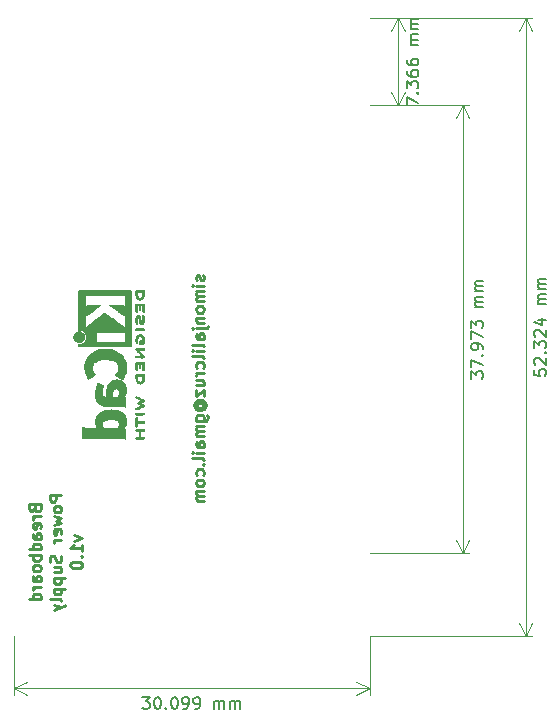
<source format=gbo>
%TF.GenerationSoftware,KiCad,Pcbnew,5.1.7-a382d34a8~87~ubuntu20.04.1*%
%TF.CreationDate,2020-11-05T15:25:51-03:00*%
%TF.ProjectId,Power_Suply,506f7765-725f-4537-9570-6c792e6b6963,1*%
%TF.SameCoordinates,Original*%
%TF.FileFunction,Legend,Bot*%
%TF.FilePolarity,Positive*%
%FSLAX46Y46*%
G04 Gerber Fmt 4.6, Leading zero omitted, Abs format (unit mm)*
G04 Created by KiCad (PCBNEW 5.1.7-a382d34a8~87~ubuntu20.04.1) date 2020-11-05 15:25:51*
%MOMM*%
%LPD*%
G01*
G04 APERTURE LIST*
%ADD10C,0.150000*%
%ADD11C,0.120000*%
%ADD12C,0.250000*%
%ADD13C,0.010000*%
G04 APERTURE END LIST*
D10*
X61532023Y-121880380D02*
X62151071Y-121880380D01*
X61817738Y-122261333D01*
X61960595Y-122261333D01*
X62055833Y-122308952D01*
X62103452Y-122356571D01*
X62151071Y-122451809D01*
X62151071Y-122689904D01*
X62103452Y-122785142D01*
X62055833Y-122832761D01*
X61960595Y-122880380D01*
X61674880Y-122880380D01*
X61579642Y-122832761D01*
X61532023Y-122785142D01*
X62770119Y-121880380D02*
X62865357Y-121880380D01*
X62960595Y-121928000D01*
X63008214Y-121975619D01*
X63055833Y-122070857D01*
X63103452Y-122261333D01*
X63103452Y-122499428D01*
X63055833Y-122689904D01*
X63008214Y-122785142D01*
X62960595Y-122832761D01*
X62865357Y-122880380D01*
X62770119Y-122880380D01*
X62674880Y-122832761D01*
X62627261Y-122785142D01*
X62579642Y-122689904D01*
X62532023Y-122499428D01*
X62532023Y-122261333D01*
X62579642Y-122070857D01*
X62627261Y-121975619D01*
X62674880Y-121928000D01*
X62770119Y-121880380D01*
X63532023Y-122785142D02*
X63579642Y-122832761D01*
X63532023Y-122880380D01*
X63484404Y-122832761D01*
X63532023Y-122785142D01*
X63532023Y-122880380D01*
X64198690Y-121880380D02*
X64293928Y-121880380D01*
X64389166Y-121928000D01*
X64436785Y-121975619D01*
X64484404Y-122070857D01*
X64532023Y-122261333D01*
X64532023Y-122499428D01*
X64484404Y-122689904D01*
X64436785Y-122785142D01*
X64389166Y-122832761D01*
X64293928Y-122880380D01*
X64198690Y-122880380D01*
X64103452Y-122832761D01*
X64055833Y-122785142D01*
X64008214Y-122689904D01*
X63960595Y-122499428D01*
X63960595Y-122261333D01*
X64008214Y-122070857D01*
X64055833Y-121975619D01*
X64103452Y-121928000D01*
X64198690Y-121880380D01*
X65008214Y-122880380D02*
X65198690Y-122880380D01*
X65293928Y-122832761D01*
X65341547Y-122785142D01*
X65436785Y-122642285D01*
X65484404Y-122451809D01*
X65484404Y-122070857D01*
X65436785Y-121975619D01*
X65389166Y-121928000D01*
X65293928Y-121880380D01*
X65103452Y-121880380D01*
X65008214Y-121928000D01*
X64960595Y-121975619D01*
X64912976Y-122070857D01*
X64912976Y-122308952D01*
X64960595Y-122404190D01*
X65008214Y-122451809D01*
X65103452Y-122499428D01*
X65293928Y-122499428D01*
X65389166Y-122451809D01*
X65436785Y-122404190D01*
X65484404Y-122308952D01*
X65960595Y-122880380D02*
X66151071Y-122880380D01*
X66246309Y-122832761D01*
X66293928Y-122785142D01*
X66389166Y-122642285D01*
X66436785Y-122451809D01*
X66436785Y-122070857D01*
X66389166Y-121975619D01*
X66341547Y-121928000D01*
X66246309Y-121880380D01*
X66055833Y-121880380D01*
X65960595Y-121928000D01*
X65912976Y-121975619D01*
X65865357Y-122070857D01*
X65865357Y-122308952D01*
X65912976Y-122404190D01*
X65960595Y-122451809D01*
X66055833Y-122499428D01*
X66246309Y-122499428D01*
X66341547Y-122451809D01*
X66389166Y-122404190D01*
X66436785Y-122308952D01*
X67627261Y-122880380D02*
X67627261Y-122213714D01*
X67627261Y-122308952D02*
X67674880Y-122261333D01*
X67770119Y-122213714D01*
X67912976Y-122213714D01*
X68008214Y-122261333D01*
X68055833Y-122356571D01*
X68055833Y-122880380D01*
X68055833Y-122356571D02*
X68103452Y-122261333D01*
X68198690Y-122213714D01*
X68341547Y-122213714D01*
X68436785Y-122261333D01*
X68484404Y-122356571D01*
X68484404Y-122880380D01*
X68960595Y-122880380D02*
X68960595Y-122213714D01*
X68960595Y-122308952D02*
X69008214Y-122261333D01*
X69103452Y-122213714D01*
X69246309Y-122213714D01*
X69341547Y-122261333D01*
X69389166Y-122356571D01*
X69389166Y-122880380D01*
X69389166Y-122356571D02*
X69436785Y-122261333D01*
X69532023Y-122213714D01*
X69674880Y-122213714D01*
X69770119Y-122261333D01*
X69817738Y-122356571D01*
X69817738Y-122880380D01*
D11*
X50673000Y-121158000D02*
X80772000Y-121158000D01*
X50673000Y-116713000D02*
X50673000Y-121744421D01*
X80772000Y-116713000D02*
X80772000Y-121744421D01*
X80772000Y-121158000D02*
X79645496Y-121744421D01*
X80772000Y-121158000D02*
X79645496Y-120571579D01*
X50673000Y-121158000D02*
X51799504Y-121744421D01*
X50673000Y-121158000D02*
X51799504Y-120571579D01*
D10*
X89368380Y-94931976D02*
X89368380Y-94312928D01*
X89749333Y-94646261D01*
X89749333Y-94503404D01*
X89796952Y-94408166D01*
X89844571Y-94360547D01*
X89939809Y-94312928D01*
X90177904Y-94312928D01*
X90273142Y-94360547D01*
X90320761Y-94408166D01*
X90368380Y-94503404D01*
X90368380Y-94789119D01*
X90320761Y-94884357D01*
X90273142Y-94931976D01*
X89368380Y-93979595D02*
X89368380Y-93312928D01*
X90368380Y-93741500D01*
X90273142Y-92931976D02*
X90320761Y-92884357D01*
X90368380Y-92931976D01*
X90320761Y-92979595D01*
X90273142Y-92931976D01*
X90368380Y-92931976D01*
X90368380Y-92408166D02*
X90368380Y-92217690D01*
X90320761Y-92122452D01*
X90273142Y-92074833D01*
X90130285Y-91979595D01*
X89939809Y-91931976D01*
X89558857Y-91931976D01*
X89463619Y-91979595D01*
X89416000Y-92027214D01*
X89368380Y-92122452D01*
X89368380Y-92312928D01*
X89416000Y-92408166D01*
X89463619Y-92455785D01*
X89558857Y-92503404D01*
X89796952Y-92503404D01*
X89892190Y-92455785D01*
X89939809Y-92408166D01*
X89987428Y-92312928D01*
X89987428Y-92122452D01*
X89939809Y-92027214D01*
X89892190Y-91979595D01*
X89796952Y-91931976D01*
X89368380Y-91598642D02*
X89368380Y-90931976D01*
X90368380Y-91360547D01*
X89368380Y-90646261D02*
X89368380Y-90027214D01*
X89749333Y-90360547D01*
X89749333Y-90217690D01*
X89796952Y-90122452D01*
X89844571Y-90074833D01*
X89939809Y-90027214D01*
X90177904Y-90027214D01*
X90273142Y-90074833D01*
X90320761Y-90122452D01*
X90368380Y-90217690D01*
X90368380Y-90503404D01*
X90320761Y-90598642D01*
X90273142Y-90646261D01*
X90368380Y-88836738D02*
X89701714Y-88836738D01*
X89796952Y-88836738D02*
X89749333Y-88789119D01*
X89701714Y-88693880D01*
X89701714Y-88551023D01*
X89749333Y-88455785D01*
X89844571Y-88408166D01*
X90368380Y-88408166D01*
X89844571Y-88408166D02*
X89749333Y-88360547D01*
X89701714Y-88265309D01*
X89701714Y-88122452D01*
X89749333Y-88027214D01*
X89844571Y-87979595D01*
X90368380Y-87979595D01*
X90368380Y-87503404D02*
X89701714Y-87503404D01*
X89796952Y-87503404D02*
X89749333Y-87455785D01*
X89701714Y-87360547D01*
X89701714Y-87217690D01*
X89749333Y-87122452D01*
X89844571Y-87074833D01*
X90368380Y-87074833D01*
X89844571Y-87074833D02*
X89749333Y-87027214D01*
X89701714Y-86931976D01*
X89701714Y-86789119D01*
X89749333Y-86693880D01*
X89844571Y-86646261D01*
X90368380Y-86646261D01*
D11*
X88646000Y-109728000D02*
X88646000Y-71755000D01*
X80772000Y-109728000D02*
X89232421Y-109728000D01*
X80772000Y-71755000D02*
X89232421Y-71755000D01*
X88646000Y-71755000D02*
X89232421Y-72881504D01*
X88646000Y-71755000D02*
X88059579Y-72881504D01*
X88646000Y-109728000D02*
X89232421Y-108601496D01*
X88646000Y-109728000D02*
X88059579Y-108601496D01*
D10*
X83907380Y-71786285D02*
X83907380Y-71119619D01*
X84907380Y-71548190D01*
X84812142Y-70738666D02*
X84859761Y-70691047D01*
X84907380Y-70738666D01*
X84859761Y-70786285D01*
X84812142Y-70738666D01*
X84907380Y-70738666D01*
X83907380Y-70357714D02*
X83907380Y-69738666D01*
X84288333Y-70072000D01*
X84288333Y-69929142D01*
X84335952Y-69833904D01*
X84383571Y-69786285D01*
X84478809Y-69738666D01*
X84716904Y-69738666D01*
X84812142Y-69786285D01*
X84859761Y-69833904D01*
X84907380Y-69929142D01*
X84907380Y-70214857D01*
X84859761Y-70310095D01*
X84812142Y-70357714D01*
X83907380Y-68881523D02*
X83907380Y-69072000D01*
X83955000Y-69167238D01*
X84002619Y-69214857D01*
X84145476Y-69310095D01*
X84335952Y-69357714D01*
X84716904Y-69357714D01*
X84812142Y-69310095D01*
X84859761Y-69262476D01*
X84907380Y-69167238D01*
X84907380Y-68976761D01*
X84859761Y-68881523D01*
X84812142Y-68833904D01*
X84716904Y-68786285D01*
X84478809Y-68786285D01*
X84383571Y-68833904D01*
X84335952Y-68881523D01*
X84288333Y-68976761D01*
X84288333Y-69167238D01*
X84335952Y-69262476D01*
X84383571Y-69310095D01*
X84478809Y-69357714D01*
X83907380Y-67929142D02*
X83907380Y-68119619D01*
X83955000Y-68214857D01*
X84002619Y-68262476D01*
X84145476Y-68357714D01*
X84335952Y-68405333D01*
X84716904Y-68405333D01*
X84812142Y-68357714D01*
X84859761Y-68310095D01*
X84907380Y-68214857D01*
X84907380Y-68024380D01*
X84859761Y-67929142D01*
X84812142Y-67881523D01*
X84716904Y-67833904D01*
X84478809Y-67833904D01*
X84383571Y-67881523D01*
X84335952Y-67929142D01*
X84288333Y-68024380D01*
X84288333Y-68214857D01*
X84335952Y-68310095D01*
X84383571Y-68357714D01*
X84478809Y-68405333D01*
X84907380Y-66643428D02*
X84240714Y-66643428D01*
X84335952Y-66643428D02*
X84288333Y-66595809D01*
X84240714Y-66500571D01*
X84240714Y-66357714D01*
X84288333Y-66262476D01*
X84383571Y-66214857D01*
X84907380Y-66214857D01*
X84383571Y-66214857D02*
X84288333Y-66167238D01*
X84240714Y-66072000D01*
X84240714Y-65929142D01*
X84288333Y-65833904D01*
X84383571Y-65786285D01*
X84907380Y-65786285D01*
X84907380Y-65310095D02*
X84240714Y-65310095D01*
X84335952Y-65310095D02*
X84288333Y-65262476D01*
X84240714Y-65167238D01*
X84240714Y-65024380D01*
X84288333Y-64929142D01*
X84383571Y-64881523D01*
X84907380Y-64881523D01*
X84383571Y-64881523D02*
X84288333Y-64833904D01*
X84240714Y-64738666D01*
X84240714Y-64595809D01*
X84288333Y-64500571D01*
X84383571Y-64452952D01*
X84907380Y-64452952D01*
D11*
X83185000Y-71755000D02*
X83185000Y-64389000D01*
X80772000Y-71755000D02*
X83771421Y-71755000D01*
X80772000Y-64389000D02*
X83771421Y-64389000D01*
X83185000Y-64389000D02*
X83771421Y-65515504D01*
X83185000Y-64389000D02*
X82598579Y-65515504D01*
X83185000Y-71755000D02*
X83771421Y-70628496D01*
X83185000Y-71755000D02*
X82598579Y-70628496D01*
D10*
X94702380Y-94170047D02*
X94702380Y-94646238D01*
X95178571Y-94693857D01*
X95130952Y-94646238D01*
X95083333Y-94551000D01*
X95083333Y-94312904D01*
X95130952Y-94217666D01*
X95178571Y-94170047D01*
X95273809Y-94122428D01*
X95511904Y-94122428D01*
X95607142Y-94170047D01*
X95654761Y-94217666D01*
X95702380Y-94312904D01*
X95702380Y-94551000D01*
X95654761Y-94646238D01*
X95607142Y-94693857D01*
X94797619Y-93741476D02*
X94750000Y-93693857D01*
X94702380Y-93598619D01*
X94702380Y-93360523D01*
X94750000Y-93265285D01*
X94797619Y-93217666D01*
X94892857Y-93170047D01*
X94988095Y-93170047D01*
X95130952Y-93217666D01*
X95702380Y-93789095D01*
X95702380Y-93170047D01*
X95607142Y-92741476D02*
X95654761Y-92693857D01*
X95702380Y-92741476D01*
X95654761Y-92789095D01*
X95607142Y-92741476D01*
X95702380Y-92741476D01*
X94702380Y-92360523D02*
X94702380Y-91741476D01*
X95083333Y-92074809D01*
X95083333Y-91931952D01*
X95130952Y-91836714D01*
X95178571Y-91789095D01*
X95273809Y-91741476D01*
X95511904Y-91741476D01*
X95607142Y-91789095D01*
X95654761Y-91836714D01*
X95702380Y-91931952D01*
X95702380Y-92217666D01*
X95654761Y-92312904D01*
X95607142Y-92360523D01*
X94797619Y-91360523D02*
X94750000Y-91312904D01*
X94702380Y-91217666D01*
X94702380Y-90979571D01*
X94750000Y-90884333D01*
X94797619Y-90836714D01*
X94892857Y-90789095D01*
X94988095Y-90789095D01*
X95130952Y-90836714D01*
X95702380Y-91408142D01*
X95702380Y-90789095D01*
X95035714Y-89931952D02*
X95702380Y-89931952D01*
X94654761Y-90170047D02*
X95369047Y-90408142D01*
X95369047Y-89789095D01*
X95702380Y-88646238D02*
X95035714Y-88646238D01*
X95130952Y-88646238D02*
X95083333Y-88598619D01*
X95035714Y-88503380D01*
X95035714Y-88360523D01*
X95083333Y-88265285D01*
X95178571Y-88217666D01*
X95702380Y-88217666D01*
X95178571Y-88217666D02*
X95083333Y-88170047D01*
X95035714Y-88074809D01*
X95035714Y-87931952D01*
X95083333Y-87836714D01*
X95178571Y-87789095D01*
X95702380Y-87789095D01*
X95702380Y-87312904D02*
X95035714Y-87312904D01*
X95130952Y-87312904D02*
X95083333Y-87265285D01*
X95035714Y-87170047D01*
X95035714Y-87027190D01*
X95083333Y-86931952D01*
X95178571Y-86884333D01*
X95702380Y-86884333D01*
X95178571Y-86884333D02*
X95083333Y-86836714D01*
X95035714Y-86741476D01*
X95035714Y-86598619D01*
X95083333Y-86503380D01*
X95178571Y-86455761D01*
X95702380Y-86455761D01*
D11*
X93980000Y-116713000D02*
X93980000Y-64389000D01*
X80772000Y-116713000D02*
X94566421Y-116713000D01*
X80772000Y-64389000D02*
X94566421Y-64389000D01*
X93980000Y-64389000D02*
X94566421Y-65515504D01*
X93980000Y-64389000D02*
X93393579Y-65515504D01*
X93980000Y-116713000D02*
X94566421Y-115586496D01*
X93980000Y-116713000D02*
X93393579Y-115586496D01*
D12*
X66698761Y-86186571D02*
X66746380Y-86281809D01*
X66746380Y-86472285D01*
X66698761Y-86567523D01*
X66603523Y-86615142D01*
X66555904Y-86615142D01*
X66460666Y-86567523D01*
X66413047Y-86472285D01*
X66413047Y-86329428D01*
X66365428Y-86234190D01*
X66270190Y-86186571D01*
X66222571Y-86186571D01*
X66127333Y-86234190D01*
X66079714Y-86329428D01*
X66079714Y-86472285D01*
X66127333Y-86567523D01*
X66746380Y-87043714D02*
X66079714Y-87043714D01*
X65746380Y-87043714D02*
X65794000Y-86996095D01*
X65841619Y-87043714D01*
X65794000Y-87091333D01*
X65746380Y-87043714D01*
X65841619Y-87043714D01*
X66746380Y-87519904D02*
X66079714Y-87519904D01*
X66174952Y-87519904D02*
X66127333Y-87567523D01*
X66079714Y-87662761D01*
X66079714Y-87805619D01*
X66127333Y-87900857D01*
X66222571Y-87948476D01*
X66746380Y-87948476D01*
X66222571Y-87948476D02*
X66127333Y-87996095D01*
X66079714Y-88091333D01*
X66079714Y-88234190D01*
X66127333Y-88329428D01*
X66222571Y-88377047D01*
X66746380Y-88377047D01*
X66746380Y-88996095D02*
X66698761Y-88900857D01*
X66651142Y-88853238D01*
X66555904Y-88805619D01*
X66270190Y-88805619D01*
X66174952Y-88853238D01*
X66127333Y-88900857D01*
X66079714Y-88996095D01*
X66079714Y-89138952D01*
X66127333Y-89234190D01*
X66174952Y-89281809D01*
X66270190Y-89329428D01*
X66555904Y-89329428D01*
X66651142Y-89281809D01*
X66698761Y-89234190D01*
X66746380Y-89138952D01*
X66746380Y-88996095D01*
X66079714Y-89758000D02*
X66746380Y-89758000D01*
X66174952Y-89758000D02*
X66127333Y-89805619D01*
X66079714Y-89900857D01*
X66079714Y-90043714D01*
X66127333Y-90138952D01*
X66222571Y-90186571D01*
X66746380Y-90186571D01*
X66079714Y-90662761D02*
X66936857Y-90662761D01*
X67032095Y-90615142D01*
X67079714Y-90519904D01*
X67079714Y-90472285D01*
X65746380Y-90662761D02*
X65794000Y-90615142D01*
X65841619Y-90662761D01*
X65794000Y-90710380D01*
X65746380Y-90662761D01*
X65841619Y-90662761D01*
X66746380Y-91567523D02*
X66222571Y-91567523D01*
X66127333Y-91519904D01*
X66079714Y-91424666D01*
X66079714Y-91234190D01*
X66127333Y-91138952D01*
X66698761Y-91567523D02*
X66746380Y-91472285D01*
X66746380Y-91234190D01*
X66698761Y-91138952D01*
X66603523Y-91091333D01*
X66508285Y-91091333D01*
X66413047Y-91138952D01*
X66365428Y-91234190D01*
X66365428Y-91472285D01*
X66317809Y-91567523D01*
X66746380Y-92186571D02*
X66698761Y-92091333D01*
X66603523Y-92043714D01*
X65746380Y-92043714D01*
X66746380Y-92567523D02*
X66079714Y-92567523D01*
X65746380Y-92567523D02*
X65794000Y-92519904D01*
X65841619Y-92567523D01*
X65794000Y-92615142D01*
X65746380Y-92567523D01*
X65841619Y-92567523D01*
X66746380Y-93186571D02*
X66698761Y-93091333D01*
X66603523Y-93043714D01*
X65746380Y-93043714D01*
X66698761Y-93996095D02*
X66746380Y-93900857D01*
X66746380Y-93710380D01*
X66698761Y-93615142D01*
X66651142Y-93567523D01*
X66555904Y-93519904D01*
X66270190Y-93519904D01*
X66174952Y-93567523D01*
X66127333Y-93615142D01*
X66079714Y-93710380D01*
X66079714Y-93900857D01*
X66127333Y-93996095D01*
X66746380Y-94424666D02*
X66079714Y-94424666D01*
X66270190Y-94424666D02*
X66174952Y-94472285D01*
X66127333Y-94519904D01*
X66079714Y-94615142D01*
X66079714Y-94710380D01*
X66079714Y-95472285D02*
X66746380Y-95472285D01*
X66079714Y-95043714D02*
X66603523Y-95043714D01*
X66698761Y-95091333D01*
X66746380Y-95186571D01*
X66746380Y-95329428D01*
X66698761Y-95424666D01*
X66651142Y-95472285D01*
X66079714Y-95853238D02*
X66079714Y-96377047D01*
X66746380Y-95853238D01*
X66746380Y-96377047D01*
X66270190Y-97377047D02*
X66222571Y-97329428D01*
X66174952Y-97234190D01*
X66174952Y-97138952D01*
X66222571Y-97043714D01*
X66270190Y-96996095D01*
X66365428Y-96948476D01*
X66460666Y-96948476D01*
X66555904Y-96996095D01*
X66603523Y-97043714D01*
X66651142Y-97138952D01*
X66651142Y-97234190D01*
X66603523Y-97329428D01*
X66555904Y-97377047D01*
X66174952Y-97377047D02*
X66555904Y-97377047D01*
X66603523Y-97424666D01*
X66603523Y-97472285D01*
X66555904Y-97567523D01*
X66460666Y-97615142D01*
X66222571Y-97615142D01*
X66079714Y-97519904D01*
X65984476Y-97377047D01*
X65936857Y-97186571D01*
X65984476Y-96996095D01*
X66079714Y-96853238D01*
X66222571Y-96758000D01*
X66413047Y-96710380D01*
X66603523Y-96758000D01*
X66746380Y-96853238D01*
X66841619Y-96996095D01*
X66889238Y-97186571D01*
X66841619Y-97377047D01*
X66746380Y-97519904D01*
X66079714Y-98472285D02*
X66889238Y-98472285D01*
X66984476Y-98424666D01*
X67032095Y-98377047D01*
X67079714Y-98281809D01*
X67079714Y-98138952D01*
X67032095Y-98043714D01*
X66698761Y-98472285D02*
X66746380Y-98377047D01*
X66746380Y-98186571D01*
X66698761Y-98091333D01*
X66651142Y-98043714D01*
X66555904Y-97996095D01*
X66270190Y-97996095D01*
X66174952Y-98043714D01*
X66127333Y-98091333D01*
X66079714Y-98186571D01*
X66079714Y-98377047D01*
X66127333Y-98472285D01*
X66746380Y-98948476D02*
X66079714Y-98948476D01*
X66174952Y-98948476D02*
X66127333Y-98996095D01*
X66079714Y-99091333D01*
X66079714Y-99234190D01*
X66127333Y-99329428D01*
X66222571Y-99377047D01*
X66746380Y-99377047D01*
X66222571Y-99377047D02*
X66127333Y-99424666D01*
X66079714Y-99519904D01*
X66079714Y-99662761D01*
X66127333Y-99758000D01*
X66222571Y-99805619D01*
X66746380Y-99805619D01*
X66746380Y-100710380D02*
X66222571Y-100710380D01*
X66127333Y-100662761D01*
X66079714Y-100567523D01*
X66079714Y-100377047D01*
X66127333Y-100281809D01*
X66698761Y-100710380D02*
X66746380Y-100615142D01*
X66746380Y-100377047D01*
X66698761Y-100281809D01*
X66603523Y-100234190D01*
X66508285Y-100234190D01*
X66413047Y-100281809D01*
X66365428Y-100377047D01*
X66365428Y-100615142D01*
X66317809Y-100710380D01*
X66746380Y-101186571D02*
X66079714Y-101186571D01*
X65746380Y-101186571D02*
X65794000Y-101138952D01*
X65841619Y-101186571D01*
X65794000Y-101234190D01*
X65746380Y-101186571D01*
X65841619Y-101186571D01*
X66746380Y-101805619D02*
X66698761Y-101710380D01*
X66603523Y-101662761D01*
X65746380Y-101662761D01*
X66651142Y-102186571D02*
X66698761Y-102234190D01*
X66746380Y-102186571D01*
X66698761Y-102138952D01*
X66651142Y-102186571D01*
X66746380Y-102186571D01*
X66698761Y-103091333D02*
X66746380Y-102996095D01*
X66746380Y-102805619D01*
X66698761Y-102710380D01*
X66651142Y-102662761D01*
X66555904Y-102615142D01*
X66270190Y-102615142D01*
X66174952Y-102662761D01*
X66127333Y-102710380D01*
X66079714Y-102805619D01*
X66079714Y-102996095D01*
X66127333Y-103091333D01*
X66746380Y-103662761D02*
X66698761Y-103567523D01*
X66651142Y-103519904D01*
X66555904Y-103472285D01*
X66270190Y-103472285D01*
X66174952Y-103519904D01*
X66127333Y-103567523D01*
X66079714Y-103662761D01*
X66079714Y-103805619D01*
X66127333Y-103900857D01*
X66174952Y-103948476D01*
X66270190Y-103996095D01*
X66555904Y-103996095D01*
X66651142Y-103948476D01*
X66698761Y-103900857D01*
X66746380Y-103805619D01*
X66746380Y-103662761D01*
X66746380Y-104424666D02*
X66079714Y-104424666D01*
X66174952Y-104424666D02*
X66127333Y-104472285D01*
X66079714Y-104567523D01*
X66079714Y-104710380D01*
X66127333Y-104805619D01*
X66222571Y-104853238D01*
X66746380Y-104853238D01*
X66222571Y-104853238D02*
X66127333Y-104900857D01*
X66079714Y-104996095D01*
X66079714Y-105138952D01*
X66127333Y-105234190D01*
X66222571Y-105281809D01*
X66746380Y-105281809D01*
X52407571Y-105910523D02*
X52455190Y-106053380D01*
X52502809Y-106101000D01*
X52598047Y-106148619D01*
X52740904Y-106148619D01*
X52836142Y-106101000D01*
X52883761Y-106053380D01*
X52931380Y-105958142D01*
X52931380Y-105577190D01*
X51931380Y-105577190D01*
X51931380Y-105910523D01*
X51979000Y-106005761D01*
X52026619Y-106053380D01*
X52121857Y-106101000D01*
X52217095Y-106101000D01*
X52312333Y-106053380D01*
X52359952Y-106005761D01*
X52407571Y-105910523D01*
X52407571Y-105577190D01*
X52931380Y-106577190D02*
X52264714Y-106577190D01*
X52455190Y-106577190D02*
X52359952Y-106624809D01*
X52312333Y-106672428D01*
X52264714Y-106767666D01*
X52264714Y-106862904D01*
X52883761Y-107577190D02*
X52931380Y-107481952D01*
X52931380Y-107291476D01*
X52883761Y-107196238D01*
X52788523Y-107148619D01*
X52407571Y-107148619D01*
X52312333Y-107196238D01*
X52264714Y-107291476D01*
X52264714Y-107481952D01*
X52312333Y-107577190D01*
X52407571Y-107624809D01*
X52502809Y-107624809D01*
X52598047Y-107148619D01*
X52931380Y-108481952D02*
X52407571Y-108481952D01*
X52312333Y-108434333D01*
X52264714Y-108339095D01*
X52264714Y-108148619D01*
X52312333Y-108053380D01*
X52883761Y-108481952D02*
X52931380Y-108386714D01*
X52931380Y-108148619D01*
X52883761Y-108053380D01*
X52788523Y-108005761D01*
X52693285Y-108005761D01*
X52598047Y-108053380D01*
X52550428Y-108148619D01*
X52550428Y-108386714D01*
X52502809Y-108481952D01*
X52931380Y-109386714D02*
X51931380Y-109386714D01*
X52883761Y-109386714D02*
X52931380Y-109291476D01*
X52931380Y-109101000D01*
X52883761Y-109005761D01*
X52836142Y-108958142D01*
X52740904Y-108910523D01*
X52455190Y-108910523D01*
X52359952Y-108958142D01*
X52312333Y-109005761D01*
X52264714Y-109101000D01*
X52264714Y-109291476D01*
X52312333Y-109386714D01*
X52931380Y-109862904D02*
X51931380Y-109862904D01*
X52312333Y-109862904D02*
X52264714Y-109958142D01*
X52264714Y-110148619D01*
X52312333Y-110243857D01*
X52359952Y-110291476D01*
X52455190Y-110339095D01*
X52740904Y-110339095D01*
X52836142Y-110291476D01*
X52883761Y-110243857D01*
X52931380Y-110148619D01*
X52931380Y-109958142D01*
X52883761Y-109862904D01*
X52931380Y-110910523D02*
X52883761Y-110815285D01*
X52836142Y-110767666D01*
X52740904Y-110720047D01*
X52455190Y-110720047D01*
X52359952Y-110767666D01*
X52312333Y-110815285D01*
X52264714Y-110910523D01*
X52264714Y-111053380D01*
X52312333Y-111148619D01*
X52359952Y-111196238D01*
X52455190Y-111243857D01*
X52740904Y-111243857D01*
X52836142Y-111196238D01*
X52883761Y-111148619D01*
X52931380Y-111053380D01*
X52931380Y-110910523D01*
X52931380Y-112101000D02*
X52407571Y-112101000D01*
X52312333Y-112053380D01*
X52264714Y-111958142D01*
X52264714Y-111767666D01*
X52312333Y-111672428D01*
X52883761Y-112101000D02*
X52931380Y-112005761D01*
X52931380Y-111767666D01*
X52883761Y-111672428D01*
X52788523Y-111624809D01*
X52693285Y-111624809D01*
X52598047Y-111672428D01*
X52550428Y-111767666D01*
X52550428Y-112005761D01*
X52502809Y-112101000D01*
X52931380Y-112577190D02*
X52264714Y-112577190D01*
X52455190Y-112577190D02*
X52359952Y-112624809D01*
X52312333Y-112672428D01*
X52264714Y-112767666D01*
X52264714Y-112862904D01*
X52931380Y-113624809D02*
X51931380Y-113624809D01*
X52883761Y-113624809D02*
X52931380Y-113529571D01*
X52931380Y-113339095D01*
X52883761Y-113243857D01*
X52836142Y-113196238D01*
X52740904Y-113148619D01*
X52455190Y-113148619D01*
X52359952Y-113196238D01*
X52312333Y-113243857D01*
X52264714Y-113339095D01*
X52264714Y-113529571D01*
X52312333Y-113624809D01*
X54681380Y-104767666D02*
X53681380Y-104767666D01*
X53681380Y-105148619D01*
X53729000Y-105243857D01*
X53776619Y-105291476D01*
X53871857Y-105339095D01*
X54014714Y-105339095D01*
X54109952Y-105291476D01*
X54157571Y-105243857D01*
X54205190Y-105148619D01*
X54205190Y-104767666D01*
X54681380Y-105910523D02*
X54633761Y-105815285D01*
X54586142Y-105767666D01*
X54490904Y-105720047D01*
X54205190Y-105720047D01*
X54109952Y-105767666D01*
X54062333Y-105815285D01*
X54014714Y-105910523D01*
X54014714Y-106053380D01*
X54062333Y-106148619D01*
X54109952Y-106196238D01*
X54205190Y-106243857D01*
X54490904Y-106243857D01*
X54586142Y-106196238D01*
X54633761Y-106148619D01*
X54681380Y-106053380D01*
X54681380Y-105910523D01*
X54014714Y-106577190D02*
X54681380Y-106767666D01*
X54205190Y-106958142D01*
X54681380Y-107148619D01*
X54014714Y-107339095D01*
X54633761Y-108101000D02*
X54681380Y-108005761D01*
X54681380Y-107815285D01*
X54633761Y-107720047D01*
X54538523Y-107672428D01*
X54157571Y-107672428D01*
X54062333Y-107720047D01*
X54014714Y-107815285D01*
X54014714Y-108005761D01*
X54062333Y-108101000D01*
X54157571Y-108148619D01*
X54252809Y-108148619D01*
X54348047Y-107672428D01*
X54681380Y-108577190D02*
X54014714Y-108577190D01*
X54205190Y-108577190D02*
X54109952Y-108624809D01*
X54062333Y-108672428D01*
X54014714Y-108767666D01*
X54014714Y-108862904D01*
X54633761Y-109910523D02*
X54681380Y-110053380D01*
X54681380Y-110291476D01*
X54633761Y-110386714D01*
X54586142Y-110434333D01*
X54490904Y-110481952D01*
X54395666Y-110481952D01*
X54300428Y-110434333D01*
X54252809Y-110386714D01*
X54205190Y-110291476D01*
X54157571Y-110101000D01*
X54109952Y-110005761D01*
X54062333Y-109958142D01*
X53967095Y-109910523D01*
X53871857Y-109910523D01*
X53776619Y-109958142D01*
X53729000Y-110005761D01*
X53681380Y-110101000D01*
X53681380Y-110339095D01*
X53729000Y-110481952D01*
X54014714Y-111339095D02*
X54681380Y-111339095D01*
X54014714Y-110910523D02*
X54538523Y-110910523D01*
X54633761Y-110958142D01*
X54681380Y-111053380D01*
X54681380Y-111196238D01*
X54633761Y-111291476D01*
X54586142Y-111339095D01*
X54014714Y-111815285D02*
X55014714Y-111815285D01*
X54062333Y-111815285D02*
X54014714Y-111910523D01*
X54014714Y-112101000D01*
X54062333Y-112196238D01*
X54109952Y-112243857D01*
X54205190Y-112291476D01*
X54490904Y-112291476D01*
X54586142Y-112243857D01*
X54633761Y-112196238D01*
X54681380Y-112101000D01*
X54681380Y-111910523D01*
X54633761Y-111815285D01*
X54014714Y-112720047D02*
X55014714Y-112720047D01*
X54062333Y-112720047D02*
X54014714Y-112815285D01*
X54014714Y-113005761D01*
X54062333Y-113101000D01*
X54109952Y-113148619D01*
X54205190Y-113196238D01*
X54490904Y-113196238D01*
X54586142Y-113148619D01*
X54633761Y-113101000D01*
X54681380Y-113005761D01*
X54681380Y-112815285D01*
X54633761Y-112720047D01*
X54681380Y-113767666D02*
X54633761Y-113672428D01*
X54538523Y-113624809D01*
X53681380Y-113624809D01*
X54014714Y-114053380D02*
X54681380Y-114291476D01*
X54014714Y-114529571D02*
X54681380Y-114291476D01*
X54919476Y-114196238D01*
X54967095Y-114148619D01*
X55014714Y-114053380D01*
X55764714Y-108172428D02*
X56431380Y-108410523D01*
X55764714Y-108648619D01*
X56431380Y-109553380D02*
X56431380Y-108981952D01*
X56431380Y-109267666D02*
X55431380Y-109267666D01*
X55574238Y-109172428D01*
X55669476Y-109077190D01*
X55717095Y-108981952D01*
X56336142Y-109981952D02*
X56383761Y-110029571D01*
X56431380Y-109981952D01*
X56383761Y-109934333D01*
X56336142Y-109981952D01*
X56431380Y-109981952D01*
X55431380Y-110648619D02*
X55431380Y-110743857D01*
X55479000Y-110839095D01*
X55526619Y-110886714D01*
X55621857Y-110934333D01*
X55812333Y-110981952D01*
X56050428Y-110981952D01*
X56240904Y-110934333D01*
X56336142Y-110886714D01*
X56383761Y-110839095D01*
X56431380Y-110743857D01*
X56431380Y-110648619D01*
X56383761Y-110553380D01*
X56336142Y-110505761D01*
X56240904Y-110458142D01*
X56050428Y-110410523D01*
X55812333Y-110410523D01*
X55621857Y-110458142D01*
X55526619Y-110505761D01*
X55479000Y-110553380D01*
X55431380Y-110648619D01*
D13*
%TO.C,REF\u002A\u002A*%
G36*
X56163054Y-90779600D02*
G01*
X56276993Y-90790465D01*
X56384616Y-90822082D01*
X56483615Y-90872985D01*
X56571684Y-90941707D01*
X56646516Y-91026781D01*
X56704384Y-91123768D01*
X56744005Y-91230036D01*
X56762573Y-91337050D01*
X56761434Y-91442700D01*
X56741930Y-91544875D01*
X56705406Y-91641466D01*
X56653205Y-91730362D01*
X56586673Y-91809454D01*
X56507152Y-91876631D01*
X56415987Y-91929783D01*
X56314523Y-91966801D01*
X56204102Y-91985573D01*
X56154206Y-91987511D01*
X56066267Y-91987511D01*
X56066267Y-92039440D01*
X56069111Y-92075747D01*
X56080911Y-92102645D01*
X56104649Y-92129751D01*
X56143031Y-92168133D01*
X58334602Y-92168133D01*
X58596739Y-92168124D01*
X58837241Y-92168092D01*
X59057048Y-92168028D01*
X59257101Y-92167924D01*
X59438344Y-92167773D01*
X59601716Y-92167566D01*
X59748160Y-92167294D01*
X59878617Y-92166950D01*
X59994029Y-92166526D01*
X60095338Y-92166013D01*
X60183484Y-92165403D01*
X60259410Y-92164688D01*
X60324057Y-92163860D01*
X60378367Y-92162911D01*
X60423280Y-92161833D01*
X60459740Y-92160617D01*
X60488687Y-92159255D01*
X60511063Y-92157739D01*
X60527809Y-92156062D01*
X60539868Y-92154214D01*
X60548180Y-92152187D01*
X60553687Y-92149975D01*
X60555537Y-92148892D01*
X60562549Y-92144729D01*
X60568996Y-92141195D01*
X60574900Y-92137365D01*
X60580286Y-92132318D01*
X60585178Y-92125129D01*
X60589598Y-92114877D01*
X60593572Y-92100636D01*
X60597121Y-92081486D01*
X60600270Y-92056501D01*
X60603042Y-92024760D01*
X60605461Y-91985338D01*
X60607551Y-91937314D01*
X60609335Y-91879763D01*
X60610837Y-91811763D01*
X60612080Y-91732390D01*
X60613089Y-91640721D01*
X60613885Y-91535834D01*
X60614494Y-91416804D01*
X60614939Y-91282710D01*
X60615243Y-91132627D01*
X60615430Y-90965633D01*
X60615524Y-90780804D01*
X60615548Y-90577217D01*
X60615525Y-90353950D01*
X60615480Y-90110078D01*
X60615437Y-89844679D01*
X60615432Y-89806296D01*
X60615389Y-89539318D01*
X60615318Y-89293998D01*
X60615213Y-89069417D01*
X60615066Y-88864655D01*
X60614869Y-88678794D01*
X60614616Y-88510912D01*
X60614300Y-88360092D01*
X60613913Y-88225413D01*
X60613447Y-88105956D01*
X60612897Y-88000801D01*
X60612253Y-87909029D01*
X60611511Y-87829721D01*
X60610661Y-87761957D01*
X60609697Y-87704818D01*
X60608611Y-87657383D01*
X60607397Y-87618734D01*
X60606047Y-87587951D01*
X60604555Y-87564115D01*
X60602911Y-87546306D01*
X60601111Y-87533605D01*
X60599145Y-87525092D01*
X60597477Y-87520734D01*
X60593906Y-87512272D01*
X60591270Y-87504503D01*
X60588634Y-87497398D01*
X60585062Y-87490927D01*
X60579621Y-87485061D01*
X60571375Y-87479771D01*
X60559390Y-87475026D01*
X60542731Y-87470798D01*
X60520463Y-87467057D01*
X60491652Y-87463773D01*
X60455363Y-87460917D01*
X60410661Y-87458460D01*
X60356611Y-87456371D01*
X60292279Y-87454622D01*
X60216730Y-87453183D01*
X60129030Y-87452024D01*
X60028243Y-87451117D01*
X59913434Y-87450431D01*
X59783670Y-87449937D01*
X59638015Y-87449605D01*
X59475535Y-87449407D01*
X59295295Y-87449313D01*
X59096360Y-87449292D01*
X58877796Y-87449315D01*
X58638668Y-87449354D01*
X58378040Y-87449378D01*
X58335889Y-87449378D01*
X58072992Y-87449364D01*
X57831732Y-87449339D01*
X57611165Y-87449329D01*
X57410352Y-87449358D01*
X57228349Y-87449452D01*
X57064216Y-87449638D01*
X56917011Y-87449941D01*
X56785792Y-87450386D01*
X56675867Y-87450966D01*
X56675867Y-87753803D01*
X56733711Y-87793593D01*
X56749479Y-87804764D01*
X56763441Y-87814834D01*
X56776784Y-87823862D01*
X56790693Y-87831903D01*
X56806356Y-87839014D01*
X56824958Y-87845253D01*
X56847686Y-87850675D01*
X56875727Y-87855338D01*
X56910267Y-87859299D01*
X56952492Y-87862615D01*
X57003589Y-87865341D01*
X57064744Y-87867536D01*
X57137144Y-87869255D01*
X57221975Y-87870556D01*
X57320422Y-87871495D01*
X57433674Y-87872130D01*
X57562916Y-87872516D01*
X57709334Y-87872712D01*
X57874116Y-87872773D01*
X58058447Y-87872757D01*
X58263513Y-87872720D01*
X58386133Y-87872711D01*
X58603082Y-87872735D01*
X58798642Y-87872769D01*
X58973999Y-87872757D01*
X59130341Y-87872642D01*
X59268857Y-87872370D01*
X59390734Y-87871882D01*
X59497160Y-87871124D01*
X59589322Y-87870038D01*
X59668409Y-87868569D01*
X59735608Y-87866660D01*
X59792107Y-87864256D01*
X59839093Y-87861299D01*
X59877755Y-87857734D01*
X59909280Y-87853505D01*
X59934855Y-87848554D01*
X59955670Y-87842827D01*
X59972911Y-87836267D01*
X59987765Y-87828817D01*
X60001422Y-87820421D01*
X60015069Y-87811024D01*
X60029893Y-87800568D01*
X60038783Y-87794477D01*
X60096400Y-87755704D01*
X60096400Y-88287268D01*
X60096365Y-88410517D01*
X60096215Y-88513013D01*
X60095878Y-88596580D01*
X60095286Y-88663044D01*
X60094367Y-88714229D01*
X60093051Y-88751959D01*
X60091269Y-88778060D01*
X60088951Y-88794356D01*
X60086026Y-88802672D01*
X60082424Y-88804832D01*
X60078075Y-88802661D01*
X60076645Y-88801465D01*
X60039573Y-88776315D01*
X59986772Y-88750417D01*
X59924770Y-88726808D01*
X59898357Y-88718539D01*
X59880416Y-88713922D01*
X59859355Y-88710021D01*
X59833089Y-88706752D01*
X59799532Y-88704034D01*
X59756599Y-88701785D01*
X59702204Y-88699923D01*
X59634262Y-88698364D01*
X59550688Y-88697028D01*
X59449395Y-88695831D01*
X59328300Y-88694692D01*
X59283600Y-88694315D01*
X59158449Y-88693298D01*
X59054082Y-88692540D01*
X58968707Y-88692097D01*
X58900533Y-88692030D01*
X58847765Y-88692395D01*
X58808614Y-88693252D01*
X58781285Y-88694659D01*
X58763986Y-88696675D01*
X58754926Y-88699357D01*
X58752312Y-88702764D01*
X58754351Y-88706956D01*
X58758667Y-88711429D01*
X58771602Y-88721784D01*
X58800676Y-88743842D01*
X58843759Y-88776043D01*
X58898718Y-88816826D01*
X58963423Y-88864630D01*
X59035742Y-88917895D01*
X59113544Y-88975060D01*
X59194698Y-89034563D01*
X59277072Y-89094845D01*
X59358536Y-89154345D01*
X59436957Y-89211502D01*
X59510204Y-89264755D01*
X59576147Y-89312543D01*
X59632654Y-89353307D01*
X59677593Y-89385484D01*
X59708834Y-89407515D01*
X59715466Y-89412083D01*
X59752369Y-89435004D01*
X59800359Y-89461812D01*
X59849897Y-89487211D01*
X59856577Y-89490432D01*
X59904772Y-89512110D01*
X59942334Y-89524696D01*
X59978160Y-89530426D01*
X60020200Y-89531544D01*
X60096400Y-89530910D01*
X60096400Y-90685349D01*
X60002669Y-90594185D01*
X59952775Y-90547388D01*
X59896295Y-90497101D01*
X59842026Y-90451056D01*
X59816673Y-90430631D01*
X59777128Y-90400193D01*
X59723916Y-90360138D01*
X59658667Y-90311639D01*
X59583011Y-90255865D01*
X59498577Y-90193989D01*
X59406994Y-90127181D01*
X59309892Y-90056613D01*
X59208901Y-89983455D01*
X59105650Y-89908879D01*
X59001768Y-89834056D01*
X58898885Y-89760157D01*
X58798631Y-89688354D01*
X58702636Y-89619816D01*
X58612527Y-89555716D01*
X58529936Y-89497225D01*
X58456492Y-89445514D01*
X58393824Y-89401753D01*
X58343561Y-89367115D01*
X58307334Y-89342770D01*
X58286771Y-89329889D01*
X58282668Y-89328131D01*
X58271342Y-89336090D01*
X58244162Y-89356885D01*
X58202829Y-89389153D01*
X58149044Y-89431530D01*
X58084506Y-89482653D01*
X58010918Y-89541159D01*
X57929978Y-89605686D01*
X57843388Y-89674869D01*
X57752848Y-89747347D01*
X57660060Y-89821754D01*
X57585702Y-89881483D01*
X57585702Y-90892489D01*
X57598659Y-90898398D01*
X57620908Y-90912728D01*
X57622391Y-90913775D01*
X57652544Y-90932562D01*
X57689375Y-90952209D01*
X57697511Y-90956108D01*
X57705940Y-90959644D01*
X57716059Y-90962770D01*
X57729260Y-90965514D01*
X57746938Y-90967908D01*
X57770484Y-90969981D01*
X57801293Y-90971765D01*
X57840757Y-90973288D01*
X57890269Y-90974581D01*
X57951223Y-90975674D01*
X58025011Y-90976597D01*
X58113028Y-90977381D01*
X58216665Y-90978055D01*
X58337316Y-90978650D01*
X58476374Y-90979195D01*
X58635232Y-90979721D01*
X58814089Y-90980255D01*
X58999207Y-90980794D01*
X59163145Y-90981228D01*
X59307303Y-90981491D01*
X59433079Y-90981516D01*
X59541871Y-90981235D01*
X59635077Y-90980581D01*
X59714097Y-90979486D01*
X59780328Y-90977882D01*
X59835170Y-90975703D01*
X59880021Y-90972881D01*
X59916278Y-90969349D01*
X59945341Y-90965039D01*
X59968609Y-90959883D01*
X59987479Y-90953815D01*
X60003351Y-90946767D01*
X60017622Y-90938671D01*
X60031691Y-90929460D01*
X60044158Y-90920960D01*
X60070452Y-90903824D01*
X60088037Y-90893678D01*
X60091257Y-90892489D01*
X60092334Y-90903396D01*
X60093335Y-90934589D01*
X60094235Y-90983777D01*
X60095010Y-91048667D01*
X60095637Y-91126970D01*
X60096091Y-91216393D01*
X60096349Y-91314644D01*
X60096400Y-91383555D01*
X60096180Y-91488548D01*
X60095548Y-91585390D01*
X60094549Y-91671893D01*
X60093227Y-91745868D01*
X60091626Y-91805126D01*
X60089791Y-91847480D01*
X60087765Y-91870740D01*
X60086493Y-91874622D01*
X60071591Y-91866924D01*
X60063560Y-91858926D01*
X60046434Y-91845754D01*
X60016183Y-91828515D01*
X59991622Y-91816593D01*
X59932711Y-91789955D01*
X58755845Y-91786880D01*
X57578978Y-91783805D01*
X57578978Y-91338147D01*
X57579142Y-91240330D01*
X57579611Y-91149936D01*
X57580347Y-91069370D01*
X57581316Y-91001038D01*
X57582480Y-90947344D01*
X57583803Y-90910695D01*
X57585249Y-90893496D01*
X57585702Y-90892489D01*
X57585702Y-89881483D01*
X57566722Y-89896730D01*
X57474537Y-89970910D01*
X57385204Y-90042931D01*
X57300424Y-90111431D01*
X57221898Y-90175045D01*
X57151326Y-90232412D01*
X57090409Y-90282167D01*
X57040847Y-90322948D01*
X57020178Y-90340112D01*
X56919516Y-90426404D01*
X56836259Y-90503003D01*
X56768438Y-90571817D01*
X56714089Y-90634752D01*
X56706722Y-90644133D01*
X56676117Y-90683644D01*
X56675867Y-89551884D01*
X56723844Y-89557173D01*
X56781188Y-89553870D01*
X56849463Y-89532339D01*
X56929212Y-89492365D01*
X57001495Y-89447057D01*
X57024140Y-89430839D01*
X57061696Y-89402786D01*
X57112021Y-89364570D01*
X57172973Y-89317863D01*
X57242411Y-89264339D01*
X57318194Y-89205669D01*
X57398180Y-89143525D01*
X57480228Y-89079579D01*
X57562196Y-89015505D01*
X57641943Y-88952973D01*
X57717327Y-88893657D01*
X57786207Y-88839229D01*
X57846442Y-88791361D01*
X57895889Y-88751725D01*
X57932408Y-88721994D01*
X57953858Y-88703839D01*
X57957156Y-88700780D01*
X57949149Y-88697921D01*
X57918855Y-88695707D01*
X57866556Y-88694143D01*
X57792531Y-88693233D01*
X57697063Y-88692980D01*
X57580434Y-88693387D01*
X57460445Y-88694296D01*
X57328333Y-88695618D01*
X57216594Y-88697143D01*
X57123025Y-88699119D01*
X57045419Y-88701794D01*
X56981574Y-88705418D01*
X56929283Y-88710239D01*
X56886344Y-88716506D01*
X56850551Y-88724468D01*
X56819700Y-88734373D01*
X56791586Y-88746469D01*
X56764005Y-88761007D01*
X56738966Y-88775689D01*
X56675867Y-88813686D01*
X56675867Y-87753803D01*
X56675867Y-87450966D01*
X56669617Y-87450999D01*
X56567544Y-87451805D01*
X56478633Y-87452830D01*
X56401941Y-87454100D01*
X56336527Y-87455640D01*
X56281449Y-87457476D01*
X56235765Y-87459633D01*
X56198534Y-87462137D01*
X56168813Y-87465013D01*
X56145662Y-87468287D01*
X56128139Y-87471985D01*
X56115301Y-87476131D01*
X56106208Y-87480753D01*
X56099918Y-87485874D01*
X56095488Y-87491522D01*
X56091978Y-87497721D01*
X56088445Y-87504496D01*
X56084876Y-87510492D01*
X56082300Y-87515725D01*
X56079972Y-87523901D01*
X56077878Y-87536114D01*
X56076007Y-87553459D01*
X56074347Y-87577031D01*
X56072884Y-87607923D01*
X56071608Y-87647232D01*
X56070504Y-87696050D01*
X56069561Y-87755473D01*
X56068767Y-87826596D01*
X56068109Y-87910512D01*
X56067575Y-88008317D01*
X56067153Y-88121106D01*
X56066829Y-88249971D01*
X56066592Y-88396009D01*
X56066430Y-88560314D01*
X56066330Y-88743980D01*
X56066280Y-88948103D01*
X56066267Y-89159247D01*
X56066267Y-90779600D01*
X56163054Y-90779600D01*
G37*
X56163054Y-90779600D02*
X56276993Y-90790465D01*
X56384616Y-90822082D01*
X56483615Y-90872985D01*
X56571684Y-90941707D01*
X56646516Y-91026781D01*
X56704384Y-91123768D01*
X56744005Y-91230036D01*
X56762573Y-91337050D01*
X56761434Y-91442700D01*
X56741930Y-91544875D01*
X56705406Y-91641466D01*
X56653205Y-91730362D01*
X56586673Y-91809454D01*
X56507152Y-91876631D01*
X56415987Y-91929783D01*
X56314523Y-91966801D01*
X56204102Y-91985573D01*
X56154206Y-91987511D01*
X56066267Y-91987511D01*
X56066267Y-92039440D01*
X56069111Y-92075747D01*
X56080911Y-92102645D01*
X56104649Y-92129751D01*
X56143031Y-92168133D01*
X58334602Y-92168133D01*
X58596739Y-92168124D01*
X58837241Y-92168092D01*
X59057048Y-92168028D01*
X59257101Y-92167924D01*
X59438344Y-92167773D01*
X59601716Y-92167566D01*
X59748160Y-92167294D01*
X59878617Y-92166950D01*
X59994029Y-92166526D01*
X60095338Y-92166013D01*
X60183484Y-92165403D01*
X60259410Y-92164688D01*
X60324057Y-92163860D01*
X60378367Y-92162911D01*
X60423280Y-92161833D01*
X60459740Y-92160617D01*
X60488687Y-92159255D01*
X60511063Y-92157739D01*
X60527809Y-92156062D01*
X60539868Y-92154214D01*
X60548180Y-92152187D01*
X60553687Y-92149975D01*
X60555537Y-92148892D01*
X60562549Y-92144729D01*
X60568996Y-92141195D01*
X60574900Y-92137365D01*
X60580286Y-92132318D01*
X60585178Y-92125129D01*
X60589598Y-92114877D01*
X60593572Y-92100636D01*
X60597121Y-92081486D01*
X60600270Y-92056501D01*
X60603042Y-92024760D01*
X60605461Y-91985338D01*
X60607551Y-91937314D01*
X60609335Y-91879763D01*
X60610837Y-91811763D01*
X60612080Y-91732390D01*
X60613089Y-91640721D01*
X60613885Y-91535834D01*
X60614494Y-91416804D01*
X60614939Y-91282710D01*
X60615243Y-91132627D01*
X60615430Y-90965633D01*
X60615524Y-90780804D01*
X60615548Y-90577217D01*
X60615525Y-90353950D01*
X60615480Y-90110078D01*
X60615437Y-89844679D01*
X60615432Y-89806296D01*
X60615389Y-89539318D01*
X60615318Y-89293998D01*
X60615213Y-89069417D01*
X60615066Y-88864655D01*
X60614869Y-88678794D01*
X60614616Y-88510912D01*
X60614300Y-88360092D01*
X60613913Y-88225413D01*
X60613447Y-88105956D01*
X60612897Y-88000801D01*
X60612253Y-87909029D01*
X60611511Y-87829721D01*
X60610661Y-87761957D01*
X60609697Y-87704818D01*
X60608611Y-87657383D01*
X60607397Y-87618734D01*
X60606047Y-87587951D01*
X60604555Y-87564115D01*
X60602911Y-87546306D01*
X60601111Y-87533605D01*
X60599145Y-87525092D01*
X60597477Y-87520734D01*
X60593906Y-87512272D01*
X60591270Y-87504503D01*
X60588634Y-87497398D01*
X60585062Y-87490927D01*
X60579621Y-87485061D01*
X60571375Y-87479771D01*
X60559390Y-87475026D01*
X60542731Y-87470798D01*
X60520463Y-87467057D01*
X60491652Y-87463773D01*
X60455363Y-87460917D01*
X60410661Y-87458460D01*
X60356611Y-87456371D01*
X60292279Y-87454622D01*
X60216730Y-87453183D01*
X60129030Y-87452024D01*
X60028243Y-87451117D01*
X59913434Y-87450431D01*
X59783670Y-87449937D01*
X59638015Y-87449605D01*
X59475535Y-87449407D01*
X59295295Y-87449313D01*
X59096360Y-87449292D01*
X58877796Y-87449315D01*
X58638668Y-87449354D01*
X58378040Y-87449378D01*
X58335889Y-87449378D01*
X58072992Y-87449364D01*
X57831732Y-87449339D01*
X57611165Y-87449329D01*
X57410352Y-87449358D01*
X57228349Y-87449452D01*
X57064216Y-87449638D01*
X56917011Y-87449941D01*
X56785792Y-87450386D01*
X56675867Y-87450966D01*
X56675867Y-87753803D01*
X56733711Y-87793593D01*
X56749479Y-87804764D01*
X56763441Y-87814834D01*
X56776784Y-87823862D01*
X56790693Y-87831903D01*
X56806356Y-87839014D01*
X56824958Y-87845253D01*
X56847686Y-87850675D01*
X56875727Y-87855338D01*
X56910267Y-87859299D01*
X56952492Y-87862615D01*
X57003589Y-87865341D01*
X57064744Y-87867536D01*
X57137144Y-87869255D01*
X57221975Y-87870556D01*
X57320422Y-87871495D01*
X57433674Y-87872130D01*
X57562916Y-87872516D01*
X57709334Y-87872712D01*
X57874116Y-87872773D01*
X58058447Y-87872757D01*
X58263513Y-87872720D01*
X58386133Y-87872711D01*
X58603082Y-87872735D01*
X58798642Y-87872769D01*
X58973999Y-87872757D01*
X59130341Y-87872642D01*
X59268857Y-87872370D01*
X59390734Y-87871882D01*
X59497160Y-87871124D01*
X59589322Y-87870038D01*
X59668409Y-87868569D01*
X59735608Y-87866660D01*
X59792107Y-87864256D01*
X59839093Y-87861299D01*
X59877755Y-87857734D01*
X59909280Y-87853505D01*
X59934855Y-87848554D01*
X59955670Y-87842827D01*
X59972911Y-87836267D01*
X59987765Y-87828817D01*
X60001422Y-87820421D01*
X60015069Y-87811024D01*
X60029893Y-87800568D01*
X60038783Y-87794477D01*
X60096400Y-87755704D01*
X60096400Y-88287268D01*
X60096365Y-88410517D01*
X60096215Y-88513013D01*
X60095878Y-88596580D01*
X60095286Y-88663044D01*
X60094367Y-88714229D01*
X60093051Y-88751959D01*
X60091269Y-88778060D01*
X60088951Y-88794356D01*
X60086026Y-88802672D01*
X60082424Y-88804832D01*
X60078075Y-88802661D01*
X60076645Y-88801465D01*
X60039573Y-88776315D01*
X59986772Y-88750417D01*
X59924770Y-88726808D01*
X59898357Y-88718539D01*
X59880416Y-88713922D01*
X59859355Y-88710021D01*
X59833089Y-88706752D01*
X59799532Y-88704034D01*
X59756599Y-88701785D01*
X59702204Y-88699923D01*
X59634262Y-88698364D01*
X59550688Y-88697028D01*
X59449395Y-88695831D01*
X59328300Y-88694692D01*
X59283600Y-88694315D01*
X59158449Y-88693298D01*
X59054082Y-88692540D01*
X58968707Y-88692097D01*
X58900533Y-88692030D01*
X58847765Y-88692395D01*
X58808614Y-88693252D01*
X58781285Y-88694659D01*
X58763986Y-88696675D01*
X58754926Y-88699357D01*
X58752312Y-88702764D01*
X58754351Y-88706956D01*
X58758667Y-88711429D01*
X58771602Y-88721784D01*
X58800676Y-88743842D01*
X58843759Y-88776043D01*
X58898718Y-88816826D01*
X58963423Y-88864630D01*
X59035742Y-88917895D01*
X59113544Y-88975060D01*
X59194698Y-89034563D01*
X59277072Y-89094845D01*
X59358536Y-89154345D01*
X59436957Y-89211502D01*
X59510204Y-89264755D01*
X59576147Y-89312543D01*
X59632654Y-89353307D01*
X59677593Y-89385484D01*
X59708834Y-89407515D01*
X59715466Y-89412083D01*
X59752369Y-89435004D01*
X59800359Y-89461812D01*
X59849897Y-89487211D01*
X59856577Y-89490432D01*
X59904772Y-89512110D01*
X59942334Y-89524696D01*
X59978160Y-89530426D01*
X60020200Y-89531544D01*
X60096400Y-89530910D01*
X60096400Y-90685349D01*
X60002669Y-90594185D01*
X59952775Y-90547388D01*
X59896295Y-90497101D01*
X59842026Y-90451056D01*
X59816673Y-90430631D01*
X59777128Y-90400193D01*
X59723916Y-90360138D01*
X59658667Y-90311639D01*
X59583011Y-90255865D01*
X59498577Y-90193989D01*
X59406994Y-90127181D01*
X59309892Y-90056613D01*
X59208901Y-89983455D01*
X59105650Y-89908879D01*
X59001768Y-89834056D01*
X58898885Y-89760157D01*
X58798631Y-89688354D01*
X58702636Y-89619816D01*
X58612527Y-89555716D01*
X58529936Y-89497225D01*
X58456492Y-89445514D01*
X58393824Y-89401753D01*
X58343561Y-89367115D01*
X58307334Y-89342770D01*
X58286771Y-89329889D01*
X58282668Y-89328131D01*
X58271342Y-89336090D01*
X58244162Y-89356885D01*
X58202829Y-89389153D01*
X58149044Y-89431530D01*
X58084506Y-89482653D01*
X58010918Y-89541159D01*
X57929978Y-89605686D01*
X57843388Y-89674869D01*
X57752848Y-89747347D01*
X57660060Y-89821754D01*
X57585702Y-89881483D01*
X57585702Y-90892489D01*
X57598659Y-90898398D01*
X57620908Y-90912728D01*
X57622391Y-90913775D01*
X57652544Y-90932562D01*
X57689375Y-90952209D01*
X57697511Y-90956108D01*
X57705940Y-90959644D01*
X57716059Y-90962770D01*
X57729260Y-90965514D01*
X57746938Y-90967908D01*
X57770484Y-90969981D01*
X57801293Y-90971765D01*
X57840757Y-90973288D01*
X57890269Y-90974581D01*
X57951223Y-90975674D01*
X58025011Y-90976597D01*
X58113028Y-90977381D01*
X58216665Y-90978055D01*
X58337316Y-90978650D01*
X58476374Y-90979195D01*
X58635232Y-90979721D01*
X58814089Y-90980255D01*
X58999207Y-90980794D01*
X59163145Y-90981228D01*
X59307303Y-90981491D01*
X59433079Y-90981516D01*
X59541871Y-90981235D01*
X59635077Y-90980581D01*
X59714097Y-90979486D01*
X59780328Y-90977882D01*
X59835170Y-90975703D01*
X59880021Y-90972881D01*
X59916278Y-90969349D01*
X59945341Y-90965039D01*
X59968609Y-90959883D01*
X59987479Y-90953815D01*
X60003351Y-90946767D01*
X60017622Y-90938671D01*
X60031691Y-90929460D01*
X60044158Y-90920960D01*
X60070452Y-90903824D01*
X60088037Y-90893678D01*
X60091257Y-90892489D01*
X60092334Y-90903396D01*
X60093335Y-90934589D01*
X60094235Y-90983777D01*
X60095010Y-91048667D01*
X60095637Y-91126970D01*
X60096091Y-91216393D01*
X60096349Y-91314644D01*
X60096400Y-91383555D01*
X60096180Y-91488548D01*
X60095548Y-91585390D01*
X60094549Y-91671893D01*
X60093227Y-91745868D01*
X60091626Y-91805126D01*
X60089791Y-91847480D01*
X60087765Y-91870740D01*
X60086493Y-91874622D01*
X60071591Y-91866924D01*
X60063560Y-91858926D01*
X60046434Y-91845754D01*
X60016183Y-91828515D01*
X59991622Y-91816593D01*
X59932711Y-91789955D01*
X58755845Y-91786880D01*
X57578978Y-91783805D01*
X57578978Y-91338147D01*
X57579142Y-91240330D01*
X57579611Y-91149936D01*
X57580347Y-91069370D01*
X57581316Y-91001038D01*
X57582480Y-90947344D01*
X57583803Y-90910695D01*
X57585249Y-90893496D01*
X57585702Y-90892489D01*
X57585702Y-89881483D01*
X57566722Y-89896730D01*
X57474537Y-89970910D01*
X57385204Y-90042931D01*
X57300424Y-90111431D01*
X57221898Y-90175045D01*
X57151326Y-90232412D01*
X57090409Y-90282167D01*
X57040847Y-90322948D01*
X57020178Y-90340112D01*
X56919516Y-90426404D01*
X56836259Y-90503003D01*
X56768438Y-90571817D01*
X56714089Y-90634752D01*
X56706722Y-90644133D01*
X56676117Y-90683644D01*
X56675867Y-89551884D01*
X56723844Y-89557173D01*
X56781188Y-89553870D01*
X56849463Y-89532339D01*
X56929212Y-89492365D01*
X57001495Y-89447057D01*
X57024140Y-89430839D01*
X57061696Y-89402786D01*
X57112021Y-89364570D01*
X57172973Y-89317863D01*
X57242411Y-89264339D01*
X57318194Y-89205669D01*
X57398180Y-89143525D01*
X57480228Y-89079579D01*
X57562196Y-89015505D01*
X57641943Y-88952973D01*
X57717327Y-88893657D01*
X57786207Y-88839229D01*
X57846442Y-88791361D01*
X57895889Y-88751725D01*
X57932408Y-88721994D01*
X57953858Y-88703839D01*
X57957156Y-88700780D01*
X57949149Y-88697921D01*
X57918855Y-88695707D01*
X57866556Y-88694143D01*
X57792531Y-88693233D01*
X57697063Y-88692980D01*
X57580434Y-88693387D01*
X57460445Y-88694296D01*
X57328333Y-88695618D01*
X57216594Y-88697143D01*
X57123025Y-88699119D01*
X57045419Y-88701794D01*
X56981574Y-88705418D01*
X56929283Y-88710239D01*
X56886344Y-88716506D01*
X56850551Y-88724468D01*
X56819700Y-88734373D01*
X56791586Y-88746469D01*
X56764005Y-88761007D01*
X56738966Y-88775689D01*
X56675867Y-88813686D01*
X56675867Y-87753803D01*
X56675867Y-87450966D01*
X56669617Y-87450999D01*
X56567544Y-87451805D01*
X56478633Y-87452830D01*
X56401941Y-87454100D01*
X56336527Y-87455640D01*
X56281449Y-87457476D01*
X56235765Y-87459633D01*
X56198534Y-87462137D01*
X56168813Y-87465013D01*
X56145662Y-87468287D01*
X56128139Y-87471985D01*
X56115301Y-87476131D01*
X56106208Y-87480753D01*
X56099918Y-87485874D01*
X56095488Y-87491522D01*
X56091978Y-87497721D01*
X56088445Y-87504496D01*
X56084876Y-87510492D01*
X56082300Y-87515725D01*
X56079972Y-87523901D01*
X56077878Y-87536114D01*
X56076007Y-87553459D01*
X56074347Y-87577031D01*
X56072884Y-87607923D01*
X56071608Y-87647232D01*
X56070504Y-87696050D01*
X56069561Y-87755473D01*
X56068767Y-87826596D01*
X56068109Y-87910512D01*
X56067575Y-88008317D01*
X56067153Y-88121106D01*
X56066829Y-88249971D01*
X56066592Y-88396009D01*
X56066430Y-88560314D01*
X56066330Y-88743980D01*
X56066280Y-88948103D01*
X56066267Y-89159247D01*
X56066267Y-90779600D01*
X56163054Y-90779600D01*
G36*
X56623071Y-94054429D02*
G01*
X56644245Y-94214570D01*
X56684385Y-94378510D01*
X56743889Y-94548313D01*
X56823154Y-94726043D01*
X56828699Y-94737310D01*
X56856725Y-94795005D01*
X56880802Y-94846552D01*
X56899249Y-94888191D01*
X56910386Y-94916162D01*
X56912933Y-94925733D01*
X56917941Y-94944950D01*
X56922147Y-94949561D01*
X56932580Y-94944458D01*
X56958868Y-94928418D01*
X56998257Y-94903288D01*
X57047991Y-94870914D01*
X57105315Y-94833143D01*
X57167476Y-94791822D01*
X57231718Y-94748798D01*
X57295285Y-94705917D01*
X57355425Y-94665026D01*
X57409380Y-94627971D01*
X57454397Y-94596600D01*
X57487721Y-94572759D01*
X57506597Y-94558294D01*
X57508787Y-94556309D01*
X57504138Y-94546191D01*
X57486962Y-94523850D01*
X57460440Y-94493280D01*
X57445964Y-94477536D01*
X57370682Y-94381047D01*
X57315241Y-94274336D01*
X57280141Y-94158832D01*
X57265880Y-94035962D01*
X57267051Y-93966561D01*
X57284212Y-93845423D01*
X57320094Y-93736205D01*
X57374959Y-93638582D01*
X57449070Y-93552228D01*
X57542688Y-93476815D01*
X57656076Y-93412018D01*
X57742667Y-93374601D01*
X57878366Y-93330748D01*
X58025850Y-93298428D01*
X58181314Y-93277557D01*
X58340956Y-93268051D01*
X58500973Y-93269827D01*
X58657561Y-93282803D01*
X58806918Y-93306894D01*
X58945240Y-93342018D01*
X59068724Y-93388092D01*
X59102978Y-93404373D01*
X59217064Y-93472620D01*
X59313557Y-93553079D01*
X59391670Y-93644570D01*
X59450617Y-93745911D01*
X59489612Y-93855920D01*
X59507868Y-93973415D01*
X59509211Y-94014883D01*
X59498290Y-94136441D01*
X59465474Y-94256878D01*
X59411439Y-94374666D01*
X59336865Y-94488277D01*
X59258539Y-94579685D01*
X59214008Y-94626215D01*
X59511271Y-94807483D01*
X59585433Y-94852580D01*
X59653646Y-94893819D01*
X59713459Y-94929735D01*
X59762420Y-94958866D01*
X59798079Y-94979750D01*
X59817984Y-94990924D01*
X59821079Y-94992375D01*
X59830718Y-94984146D01*
X59847999Y-94958567D01*
X59871283Y-94918873D01*
X59898934Y-94868297D01*
X59929315Y-94810074D01*
X59960790Y-94747437D01*
X59991722Y-94683621D01*
X60020473Y-94621860D01*
X60045408Y-94565388D01*
X60064889Y-94517438D01*
X60073318Y-94493986D01*
X60111133Y-94360221D01*
X60136136Y-94222327D01*
X60149140Y-94074622D01*
X60151468Y-93947833D01*
X60150373Y-93879878D01*
X60148275Y-93814277D01*
X60145434Y-93756847D01*
X60142106Y-93713403D01*
X60140422Y-93699298D01*
X60111587Y-93560284D01*
X60066468Y-93418757D01*
X60007750Y-93281275D01*
X59938120Y-93154394D01*
X59885441Y-93076889D01*
X59777239Y-92949481D01*
X59650671Y-92831178D01*
X59508866Y-92724172D01*
X59354951Y-92630652D01*
X59192053Y-92552810D01*
X59074756Y-92508956D01*
X58891128Y-92458708D01*
X58696581Y-92425209D01*
X58495325Y-92408449D01*
X58291568Y-92408416D01*
X58089521Y-92425101D01*
X57893392Y-92458493D01*
X57707391Y-92508580D01*
X57695803Y-92512397D01*
X57533750Y-92575281D01*
X57385832Y-92652028D01*
X57247865Y-92745242D01*
X57115661Y-92857527D01*
X57070399Y-92901392D01*
X56946457Y-93037534D01*
X56843915Y-93177491D01*
X56761656Y-93323411D01*
X56698564Y-93477442D01*
X56653523Y-93641732D01*
X56636033Y-93737289D01*
X56620466Y-93896023D01*
X56623071Y-94054429D01*
G37*
X56623071Y-94054429D02*
X56644245Y-94214570D01*
X56684385Y-94378510D01*
X56743889Y-94548313D01*
X56823154Y-94726043D01*
X56828699Y-94737310D01*
X56856725Y-94795005D01*
X56880802Y-94846552D01*
X56899249Y-94888191D01*
X56910386Y-94916162D01*
X56912933Y-94925733D01*
X56917941Y-94944950D01*
X56922147Y-94949561D01*
X56932580Y-94944458D01*
X56958868Y-94928418D01*
X56998257Y-94903288D01*
X57047991Y-94870914D01*
X57105315Y-94833143D01*
X57167476Y-94791822D01*
X57231718Y-94748798D01*
X57295285Y-94705917D01*
X57355425Y-94665026D01*
X57409380Y-94627971D01*
X57454397Y-94596600D01*
X57487721Y-94572759D01*
X57506597Y-94558294D01*
X57508787Y-94556309D01*
X57504138Y-94546191D01*
X57486962Y-94523850D01*
X57460440Y-94493280D01*
X57445964Y-94477536D01*
X57370682Y-94381047D01*
X57315241Y-94274336D01*
X57280141Y-94158832D01*
X57265880Y-94035962D01*
X57267051Y-93966561D01*
X57284212Y-93845423D01*
X57320094Y-93736205D01*
X57374959Y-93638582D01*
X57449070Y-93552228D01*
X57542688Y-93476815D01*
X57656076Y-93412018D01*
X57742667Y-93374601D01*
X57878366Y-93330748D01*
X58025850Y-93298428D01*
X58181314Y-93277557D01*
X58340956Y-93268051D01*
X58500973Y-93269827D01*
X58657561Y-93282803D01*
X58806918Y-93306894D01*
X58945240Y-93342018D01*
X59068724Y-93388092D01*
X59102978Y-93404373D01*
X59217064Y-93472620D01*
X59313557Y-93553079D01*
X59391670Y-93644570D01*
X59450617Y-93745911D01*
X59489612Y-93855920D01*
X59507868Y-93973415D01*
X59509211Y-94014883D01*
X59498290Y-94136441D01*
X59465474Y-94256878D01*
X59411439Y-94374666D01*
X59336865Y-94488277D01*
X59258539Y-94579685D01*
X59214008Y-94626215D01*
X59511271Y-94807483D01*
X59585433Y-94852580D01*
X59653646Y-94893819D01*
X59713459Y-94929735D01*
X59762420Y-94958866D01*
X59798079Y-94979750D01*
X59817984Y-94990924D01*
X59821079Y-94992375D01*
X59830718Y-94984146D01*
X59847999Y-94958567D01*
X59871283Y-94918873D01*
X59898934Y-94868297D01*
X59929315Y-94810074D01*
X59960790Y-94747437D01*
X59991722Y-94683621D01*
X60020473Y-94621860D01*
X60045408Y-94565388D01*
X60064889Y-94517438D01*
X60073318Y-94493986D01*
X60111133Y-94360221D01*
X60136136Y-94222327D01*
X60149140Y-94074622D01*
X60151468Y-93947833D01*
X60150373Y-93879878D01*
X60148275Y-93814277D01*
X60145434Y-93756847D01*
X60142106Y-93713403D01*
X60140422Y-93699298D01*
X60111587Y-93560284D01*
X60066468Y-93418757D01*
X60007750Y-93281275D01*
X59938120Y-93154394D01*
X59885441Y-93076889D01*
X59777239Y-92949481D01*
X59650671Y-92831178D01*
X59508866Y-92724172D01*
X59354951Y-92630652D01*
X59192053Y-92552810D01*
X59074756Y-92508956D01*
X58891128Y-92458708D01*
X58696581Y-92425209D01*
X58495325Y-92408449D01*
X58291568Y-92408416D01*
X58089521Y-92425101D01*
X57893392Y-92458493D01*
X57707391Y-92508580D01*
X57695803Y-92512397D01*
X57533750Y-92575281D01*
X57385832Y-92652028D01*
X57247865Y-92745242D01*
X57115661Y-92857527D01*
X57070399Y-92901392D01*
X56946457Y-93037534D01*
X56843915Y-93177491D01*
X56761656Y-93323411D01*
X56698564Y-93477442D01*
X56653523Y-93641732D01*
X56636033Y-93737289D01*
X56620466Y-93896023D01*
X56623071Y-94054429D01*
G36*
X57540552Y-96399574D02*
G01*
X57560567Y-96551492D01*
X57594202Y-96686756D01*
X57641725Y-96806239D01*
X57703405Y-96910815D01*
X57766965Y-96988424D01*
X57841099Y-97057265D01*
X57920871Y-97111006D01*
X58013091Y-97153910D01*
X58056161Y-97169384D01*
X58095142Y-97182244D01*
X58131289Y-97193446D01*
X58166434Y-97203120D01*
X58202410Y-97211396D01*
X58241050Y-97218403D01*
X58284185Y-97224272D01*
X58333649Y-97229131D01*
X58391273Y-97233110D01*
X58458891Y-97236340D01*
X58538334Y-97238949D01*
X58631436Y-97241067D01*
X58740027Y-97242824D01*
X58865942Y-97244349D01*
X59011012Y-97245772D01*
X59153778Y-97247025D01*
X59309968Y-97248351D01*
X59445239Y-97249556D01*
X59561246Y-97250766D01*
X59659645Y-97252106D01*
X59742093Y-97253700D01*
X59810246Y-97255675D01*
X59865760Y-97258156D01*
X59910292Y-97261269D01*
X59945498Y-97265138D01*
X59973034Y-97269889D01*
X59994556Y-97275648D01*
X60011722Y-97282539D01*
X60026186Y-97290689D01*
X60039606Y-97300223D01*
X60053638Y-97311266D01*
X60059071Y-97315566D01*
X60081910Y-97331386D01*
X60097463Y-97338422D01*
X60097922Y-97338444D01*
X60100121Y-97327567D01*
X60102147Y-97296582D01*
X60103942Y-97247957D01*
X60105451Y-97184163D01*
X60106616Y-97107669D01*
X60107380Y-97020944D01*
X60107686Y-96926457D01*
X60107689Y-96915550D01*
X60107689Y-96492657D01*
X60011622Y-96489395D01*
X59915556Y-96486133D01*
X59966543Y-96424044D01*
X60034057Y-96326714D01*
X60088749Y-96216813D01*
X60118978Y-96130349D01*
X60133666Y-96061278D01*
X60143659Y-95977925D01*
X60148646Y-95888159D01*
X60148313Y-95799845D01*
X60142351Y-95720851D01*
X60136638Y-95684622D01*
X60098776Y-95544603D01*
X60043932Y-95418178D01*
X59972924Y-95306260D01*
X59886568Y-95209762D01*
X59785679Y-95129600D01*
X59671076Y-95066687D01*
X59544984Y-95022312D01*
X59488401Y-95009978D01*
X59426202Y-95002368D01*
X59351363Y-94998739D01*
X59317467Y-94998245D01*
X59314282Y-94998310D01*
X59314282Y-95758248D01*
X59389333Y-95767541D01*
X59453160Y-95795728D01*
X59508798Y-95844197D01*
X59513211Y-95849254D01*
X59548037Y-95897548D01*
X59570620Y-95949257D01*
X59582540Y-96009989D01*
X59585383Y-96085352D01*
X59584978Y-96103459D01*
X59582325Y-96157278D01*
X59576909Y-96197308D01*
X59566745Y-96232324D01*
X59549850Y-96271103D01*
X59544672Y-96281745D01*
X59508844Y-96342396D01*
X59466212Y-96389215D01*
X59450973Y-96401952D01*
X59394462Y-96446622D01*
X59198586Y-96446622D01*
X59119939Y-96446086D01*
X59061988Y-96444396D01*
X59022875Y-96441428D01*
X59000741Y-96437057D01*
X58994274Y-96432972D01*
X58991111Y-96417047D01*
X58988488Y-96383264D01*
X58986655Y-96336340D01*
X58985857Y-96280993D01*
X58985842Y-96272106D01*
X58991096Y-96151330D01*
X59007263Y-96048660D01*
X59034961Y-95962106D01*
X59074808Y-95889681D01*
X59121758Y-95834751D01*
X59179645Y-95790204D01*
X59242693Y-95765480D01*
X59314282Y-95758248D01*
X59314282Y-94998310D01*
X59223712Y-95000178D01*
X59144812Y-95008522D01*
X59073590Y-95024768D01*
X59002864Y-95050405D01*
X58950493Y-95074401D01*
X58855196Y-95133020D01*
X58767170Y-95211117D01*
X58688017Y-95306315D01*
X58619340Y-95416238D01*
X58562741Y-95538510D01*
X58519821Y-95670755D01*
X58504882Y-95735422D01*
X58482777Y-95871604D01*
X58468194Y-96020049D01*
X58461813Y-96171505D01*
X58463445Y-96298064D01*
X58470224Y-96459950D01*
X58411245Y-96452530D01*
X58312092Y-96433238D01*
X58231372Y-96402104D01*
X58168466Y-96358269D01*
X58122756Y-96300871D01*
X58093622Y-96229048D01*
X58080447Y-96141941D01*
X58082611Y-96038686D01*
X58086612Y-96000711D01*
X58111780Y-95859520D01*
X58152814Y-95722707D01*
X58190815Y-95628178D01*
X58210190Y-95583018D01*
X58225760Y-95544585D01*
X58235405Y-95518234D01*
X58237452Y-95510546D01*
X58228374Y-95500802D01*
X58199405Y-95484083D01*
X58150217Y-95460232D01*
X58080484Y-95429093D01*
X57989879Y-95390507D01*
X57974089Y-95383910D01*
X57901772Y-95353853D01*
X57836425Y-95326874D01*
X57780906Y-95304136D01*
X57738072Y-95286806D01*
X57710781Y-95276048D01*
X57701942Y-95272941D01*
X57697187Y-95282940D01*
X57691910Y-95309217D01*
X57688231Y-95337489D01*
X57683474Y-95367646D01*
X57674028Y-95415433D01*
X57660820Y-95476612D01*
X57644776Y-95546946D01*
X57626820Y-95622194D01*
X57619797Y-95650755D01*
X57594209Y-95755816D01*
X57574147Y-95843480D01*
X57558969Y-95918068D01*
X57548035Y-95983903D01*
X57540704Y-96045307D01*
X57536335Y-96106602D01*
X57534287Y-96172110D01*
X57533889Y-96230128D01*
X57540552Y-96399574D01*
G37*
X57540552Y-96399574D02*
X57560567Y-96551492D01*
X57594202Y-96686756D01*
X57641725Y-96806239D01*
X57703405Y-96910815D01*
X57766965Y-96988424D01*
X57841099Y-97057265D01*
X57920871Y-97111006D01*
X58013091Y-97153910D01*
X58056161Y-97169384D01*
X58095142Y-97182244D01*
X58131289Y-97193446D01*
X58166434Y-97203120D01*
X58202410Y-97211396D01*
X58241050Y-97218403D01*
X58284185Y-97224272D01*
X58333649Y-97229131D01*
X58391273Y-97233110D01*
X58458891Y-97236340D01*
X58538334Y-97238949D01*
X58631436Y-97241067D01*
X58740027Y-97242824D01*
X58865942Y-97244349D01*
X59011012Y-97245772D01*
X59153778Y-97247025D01*
X59309968Y-97248351D01*
X59445239Y-97249556D01*
X59561246Y-97250766D01*
X59659645Y-97252106D01*
X59742093Y-97253700D01*
X59810246Y-97255675D01*
X59865760Y-97258156D01*
X59910292Y-97261269D01*
X59945498Y-97265138D01*
X59973034Y-97269889D01*
X59994556Y-97275648D01*
X60011722Y-97282539D01*
X60026186Y-97290689D01*
X60039606Y-97300223D01*
X60053638Y-97311266D01*
X60059071Y-97315566D01*
X60081910Y-97331386D01*
X60097463Y-97338422D01*
X60097922Y-97338444D01*
X60100121Y-97327567D01*
X60102147Y-97296582D01*
X60103942Y-97247957D01*
X60105451Y-97184163D01*
X60106616Y-97107669D01*
X60107380Y-97020944D01*
X60107686Y-96926457D01*
X60107689Y-96915550D01*
X60107689Y-96492657D01*
X60011622Y-96489395D01*
X59915556Y-96486133D01*
X59966543Y-96424044D01*
X60034057Y-96326714D01*
X60088749Y-96216813D01*
X60118978Y-96130349D01*
X60133666Y-96061278D01*
X60143659Y-95977925D01*
X60148646Y-95888159D01*
X60148313Y-95799845D01*
X60142351Y-95720851D01*
X60136638Y-95684622D01*
X60098776Y-95544603D01*
X60043932Y-95418178D01*
X59972924Y-95306260D01*
X59886568Y-95209762D01*
X59785679Y-95129600D01*
X59671076Y-95066687D01*
X59544984Y-95022312D01*
X59488401Y-95009978D01*
X59426202Y-95002368D01*
X59351363Y-94998739D01*
X59317467Y-94998245D01*
X59314282Y-94998310D01*
X59314282Y-95758248D01*
X59389333Y-95767541D01*
X59453160Y-95795728D01*
X59508798Y-95844197D01*
X59513211Y-95849254D01*
X59548037Y-95897548D01*
X59570620Y-95949257D01*
X59582540Y-96009989D01*
X59585383Y-96085352D01*
X59584978Y-96103459D01*
X59582325Y-96157278D01*
X59576909Y-96197308D01*
X59566745Y-96232324D01*
X59549850Y-96271103D01*
X59544672Y-96281745D01*
X59508844Y-96342396D01*
X59466212Y-96389215D01*
X59450973Y-96401952D01*
X59394462Y-96446622D01*
X59198586Y-96446622D01*
X59119939Y-96446086D01*
X59061988Y-96444396D01*
X59022875Y-96441428D01*
X59000741Y-96437057D01*
X58994274Y-96432972D01*
X58991111Y-96417047D01*
X58988488Y-96383264D01*
X58986655Y-96336340D01*
X58985857Y-96280993D01*
X58985842Y-96272106D01*
X58991096Y-96151330D01*
X59007263Y-96048660D01*
X59034961Y-95962106D01*
X59074808Y-95889681D01*
X59121758Y-95834751D01*
X59179645Y-95790204D01*
X59242693Y-95765480D01*
X59314282Y-95758248D01*
X59314282Y-94998310D01*
X59223712Y-95000178D01*
X59144812Y-95008522D01*
X59073590Y-95024768D01*
X59002864Y-95050405D01*
X58950493Y-95074401D01*
X58855196Y-95133020D01*
X58767170Y-95211117D01*
X58688017Y-95306315D01*
X58619340Y-95416238D01*
X58562741Y-95538510D01*
X58519821Y-95670755D01*
X58504882Y-95735422D01*
X58482777Y-95871604D01*
X58468194Y-96020049D01*
X58461813Y-96171505D01*
X58463445Y-96298064D01*
X58470224Y-96459950D01*
X58411245Y-96452530D01*
X58312092Y-96433238D01*
X58231372Y-96402104D01*
X58168466Y-96358269D01*
X58122756Y-96300871D01*
X58093622Y-96229048D01*
X58080447Y-96141941D01*
X58082611Y-96038686D01*
X58086612Y-96000711D01*
X58111780Y-95859520D01*
X58152814Y-95722707D01*
X58190815Y-95628178D01*
X58210190Y-95583018D01*
X58225760Y-95544585D01*
X58235405Y-95518234D01*
X58237452Y-95510546D01*
X58228374Y-95500802D01*
X58199405Y-95484083D01*
X58150217Y-95460232D01*
X58080484Y-95429093D01*
X57989879Y-95390507D01*
X57974089Y-95383910D01*
X57901772Y-95353853D01*
X57836425Y-95326874D01*
X57780906Y-95304136D01*
X57738072Y-95286806D01*
X57710781Y-95276048D01*
X57701942Y-95272941D01*
X57697187Y-95282940D01*
X57691910Y-95309217D01*
X57688231Y-95337489D01*
X57683474Y-95367646D01*
X57674028Y-95415433D01*
X57660820Y-95476612D01*
X57644776Y-95546946D01*
X57626820Y-95622194D01*
X57619797Y-95650755D01*
X57594209Y-95755816D01*
X57574147Y-95843480D01*
X57558969Y-95918068D01*
X57548035Y-95983903D01*
X57540704Y-96045307D01*
X57536335Y-96106602D01*
X57534287Y-96172110D01*
X57533889Y-96230128D01*
X57540552Y-96399574D01*
G36*
X58146245Y-99912507D02*
G01*
X58380662Y-99912526D01*
X58593603Y-99912552D01*
X58786168Y-99912625D01*
X58959459Y-99912782D01*
X59114576Y-99913064D01*
X59252620Y-99913509D01*
X59374692Y-99914156D01*
X59481894Y-99915045D01*
X59575326Y-99916213D01*
X59656090Y-99917701D01*
X59725286Y-99919546D01*
X59784015Y-99921789D01*
X59833379Y-99924469D01*
X59874478Y-99927623D01*
X59908413Y-99931292D01*
X59936286Y-99935513D01*
X59959198Y-99940327D01*
X59978249Y-99945773D01*
X59994540Y-99951888D01*
X60009173Y-99958712D01*
X60023249Y-99966285D01*
X60037868Y-99974645D01*
X60046974Y-99979839D01*
X60107689Y-100014104D01*
X60107689Y-99155955D01*
X60011733Y-99155955D01*
X59968370Y-99155224D01*
X59935205Y-99153272D01*
X59917424Y-99150463D01*
X59915778Y-99149221D01*
X59922662Y-99137799D01*
X59940505Y-99115084D01*
X59959879Y-99092385D01*
X60000614Y-99037800D01*
X60041617Y-98968321D01*
X60079123Y-98891270D01*
X60109364Y-98813965D01*
X60119012Y-98783113D01*
X60133578Y-98714616D01*
X60143539Y-98631764D01*
X60148583Y-98542371D01*
X60148396Y-98454248D01*
X60142666Y-98375207D01*
X60136858Y-98337511D01*
X60098797Y-98199414D01*
X60041073Y-98072113D01*
X59964211Y-97956292D01*
X59868739Y-97852637D01*
X59755179Y-97761833D01*
X59644381Y-97695031D01*
X59527625Y-97640164D01*
X59408276Y-97598163D01*
X59282283Y-97568167D01*
X59145594Y-97549311D01*
X58994158Y-97540732D01*
X58916711Y-97540006D01*
X58859934Y-97542100D01*
X58859934Y-98371217D01*
X58953002Y-98371424D01*
X59040692Y-98374337D01*
X59117772Y-98380000D01*
X59179009Y-98388455D01*
X59191350Y-98391038D01*
X59298633Y-98422840D01*
X59385658Y-98464498D01*
X59452642Y-98516363D01*
X59499805Y-98578781D01*
X59527365Y-98652100D01*
X59535541Y-98736669D01*
X59524551Y-98832835D01*
X59508829Y-98896311D01*
X59490639Y-98945454D01*
X59464791Y-98999583D01*
X59441089Y-99040244D01*
X59394721Y-99110800D01*
X58244530Y-99110800D01*
X58200962Y-99043392D01*
X58160040Y-98964867D01*
X58133389Y-98880681D01*
X58121465Y-98795557D01*
X58124722Y-98714216D01*
X58143615Y-98641380D01*
X58159184Y-98609426D01*
X58202181Y-98551501D01*
X58258953Y-98502544D01*
X58331575Y-98461390D01*
X58422121Y-98426874D01*
X58532666Y-98397833D01*
X58538533Y-98396552D01*
X58600788Y-98386381D01*
X58678594Y-98378739D01*
X58766720Y-98373670D01*
X58859934Y-98371217D01*
X58859934Y-97542100D01*
X58703895Y-97547857D01*
X58508059Y-97569802D01*
X58329332Y-97605786D01*
X58167845Y-97655759D01*
X58023726Y-97719668D01*
X57897106Y-97797462D01*
X57788115Y-97889089D01*
X57696883Y-97994497D01*
X57665932Y-98039662D01*
X57609785Y-98140611D01*
X57570174Y-98243901D01*
X57546014Y-98353989D01*
X57536219Y-98475330D01*
X57537265Y-98567836D01*
X57548231Y-98697490D01*
X57570046Y-98810084D01*
X57603714Y-98908875D01*
X57650236Y-98997121D01*
X57684448Y-99045986D01*
X57706362Y-99075353D01*
X57721333Y-99097043D01*
X57725733Y-99105253D01*
X57714904Y-99106868D01*
X57684251Y-99108159D01*
X57636526Y-99109138D01*
X57574479Y-99109817D01*
X57500862Y-99110210D01*
X57418427Y-99110330D01*
X57329925Y-99110188D01*
X57238107Y-99109797D01*
X57145724Y-99109171D01*
X57055528Y-99108320D01*
X56970271Y-99107260D01*
X56892703Y-99106001D01*
X56825576Y-99104556D01*
X56771641Y-99102938D01*
X56733650Y-99101161D01*
X56726667Y-99100669D01*
X56656251Y-99093092D01*
X56601102Y-99081531D01*
X56553981Y-99063792D01*
X56507647Y-99037682D01*
X56498067Y-99031415D01*
X56461378Y-99006983D01*
X56461378Y-99912311D01*
X58146245Y-99912507D01*
G37*
X58146245Y-99912507D02*
X58380662Y-99912526D01*
X58593603Y-99912552D01*
X58786168Y-99912625D01*
X58959459Y-99912782D01*
X59114576Y-99913064D01*
X59252620Y-99913509D01*
X59374692Y-99914156D01*
X59481894Y-99915045D01*
X59575326Y-99916213D01*
X59656090Y-99917701D01*
X59725286Y-99919546D01*
X59784015Y-99921789D01*
X59833379Y-99924469D01*
X59874478Y-99927623D01*
X59908413Y-99931292D01*
X59936286Y-99935513D01*
X59959198Y-99940327D01*
X59978249Y-99945773D01*
X59994540Y-99951888D01*
X60009173Y-99958712D01*
X60023249Y-99966285D01*
X60037868Y-99974645D01*
X60046974Y-99979839D01*
X60107689Y-100014104D01*
X60107689Y-99155955D01*
X60011733Y-99155955D01*
X59968370Y-99155224D01*
X59935205Y-99153272D01*
X59917424Y-99150463D01*
X59915778Y-99149221D01*
X59922662Y-99137799D01*
X59940505Y-99115084D01*
X59959879Y-99092385D01*
X60000614Y-99037800D01*
X60041617Y-98968321D01*
X60079123Y-98891270D01*
X60109364Y-98813965D01*
X60119012Y-98783113D01*
X60133578Y-98714616D01*
X60143539Y-98631764D01*
X60148583Y-98542371D01*
X60148396Y-98454248D01*
X60142666Y-98375207D01*
X60136858Y-98337511D01*
X60098797Y-98199414D01*
X60041073Y-98072113D01*
X59964211Y-97956292D01*
X59868739Y-97852637D01*
X59755179Y-97761833D01*
X59644381Y-97695031D01*
X59527625Y-97640164D01*
X59408276Y-97598163D01*
X59282283Y-97568167D01*
X59145594Y-97549311D01*
X58994158Y-97540732D01*
X58916711Y-97540006D01*
X58859934Y-97542100D01*
X58859934Y-98371217D01*
X58953002Y-98371424D01*
X59040692Y-98374337D01*
X59117772Y-98380000D01*
X59179009Y-98388455D01*
X59191350Y-98391038D01*
X59298633Y-98422840D01*
X59385658Y-98464498D01*
X59452642Y-98516363D01*
X59499805Y-98578781D01*
X59527365Y-98652100D01*
X59535541Y-98736669D01*
X59524551Y-98832835D01*
X59508829Y-98896311D01*
X59490639Y-98945454D01*
X59464791Y-98999583D01*
X59441089Y-99040244D01*
X59394721Y-99110800D01*
X58244530Y-99110800D01*
X58200962Y-99043392D01*
X58160040Y-98964867D01*
X58133389Y-98880681D01*
X58121465Y-98795557D01*
X58124722Y-98714216D01*
X58143615Y-98641380D01*
X58159184Y-98609426D01*
X58202181Y-98551501D01*
X58258953Y-98502544D01*
X58331575Y-98461390D01*
X58422121Y-98426874D01*
X58532666Y-98397833D01*
X58538533Y-98396552D01*
X58600788Y-98386381D01*
X58678594Y-98378739D01*
X58766720Y-98373670D01*
X58859934Y-98371217D01*
X58859934Y-97542100D01*
X58703895Y-97547857D01*
X58508059Y-97569802D01*
X58329332Y-97605786D01*
X58167845Y-97655759D01*
X58023726Y-97719668D01*
X57897106Y-97797462D01*
X57788115Y-97889089D01*
X57696883Y-97994497D01*
X57665932Y-98039662D01*
X57609785Y-98140611D01*
X57570174Y-98243901D01*
X57546014Y-98353989D01*
X57536219Y-98475330D01*
X57537265Y-98567836D01*
X57548231Y-98697490D01*
X57570046Y-98810084D01*
X57603714Y-98908875D01*
X57650236Y-98997121D01*
X57684448Y-99045986D01*
X57706362Y-99075353D01*
X57721333Y-99097043D01*
X57725733Y-99105253D01*
X57714904Y-99106868D01*
X57684251Y-99108159D01*
X57636526Y-99109138D01*
X57574479Y-99109817D01*
X57500862Y-99110210D01*
X57418427Y-99110330D01*
X57329925Y-99110188D01*
X57238107Y-99109797D01*
X57145724Y-99109171D01*
X57055528Y-99108320D01*
X56970271Y-99107260D01*
X56892703Y-99106001D01*
X56825576Y-99104556D01*
X56771641Y-99102938D01*
X56733650Y-99101161D01*
X56726667Y-99100669D01*
X56656251Y-99093092D01*
X56601102Y-99081531D01*
X56553981Y-99063792D01*
X56507647Y-99037682D01*
X56498067Y-99031415D01*
X56461378Y-99006983D01*
X56461378Y-99912311D01*
X58146245Y-99912507D01*
G36*
X55700571Y-91452957D02*
G01*
X55724809Y-91549232D01*
X55767641Y-91635816D01*
X55827419Y-91710627D01*
X55902494Y-91771582D01*
X55991220Y-91816601D01*
X56087530Y-91842864D01*
X56184795Y-91848714D01*
X56278654Y-91833860D01*
X56366511Y-91800160D01*
X56445770Y-91749472D01*
X56513836Y-91683655D01*
X56568112Y-91604566D01*
X56606002Y-91514066D01*
X56618426Y-91462800D01*
X56625947Y-91418302D01*
X56628919Y-91384001D01*
X56627094Y-91351040D01*
X56620225Y-91310566D01*
X56613250Y-91277469D01*
X56581741Y-91184053D01*
X56530617Y-91100381D01*
X56461429Y-91028335D01*
X56375728Y-90969800D01*
X56348489Y-90955852D01*
X56312122Y-90939414D01*
X56281582Y-90929106D01*
X56249450Y-90923540D01*
X56208307Y-90921331D01*
X56162222Y-90921052D01*
X56077865Y-90925139D01*
X56008586Y-90938554D01*
X55947961Y-90963744D01*
X55889567Y-91003154D01*
X55845302Y-91041702D01*
X55779484Y-91113594D01*
X55734053Y-91188687D01*
X55706850Y-91271438D01*
X55696576Y-91349072D01*
X55700571Y-91452957D01*
G37*
X55700571Y-91452957D02*
X55724809Y-91549232D01*
X55767641Y-91635816D01*
X55827419Y-91710627D01*
X55902494Y-91771582D01*
X55991220Y-91816601D01*
X56087530Y-91842864D01*
X56184795Y-91848714D01*
X56278654Y-91833860D01*
X56366511Y-91800160D01*
X56445770Y-91749472D01*
X56513836Y-91683655D01*
X56568112Y-91604566D01*
X56606002Y-91514066D01*
X56618426Y-91462800D01*
X56625947Y-91418302D01*
X56628919Y-91384001D01*
X56627094Y-91351040D01*
X56620225Y-91310566D01*
X56613250Y-91277469D01*
X56581741Y-91184053D01*
X56530617Y-91100381D01*
X56461429Y-91028335D01*
X56375728Y-90969800D01*
X56348489Y-90955852D01*
X56312122Y-90939414D01*
X56281582Y-90929106D01*
X56249450Y-90923540D01*
X56208307Y-90921331D01*
X56162222Y-90921052D01*
X56077865Y-90925139D01*
X56008586Y-90938554D01*
X55947961Y-90963744D01*
X55889567Y-91003154D01*
X55845302Y-91041702D01*
X55779484Y-91113594D01*
X55734053Y-91188687D01*
X55706850Y-91271438D01*
X55696576Y-91349072D01*
X55700571Y-91452957D01*
G36*
X60943066Y-87604629D02*
G01*
X60943467Y-87644111D01*
X60946259Y-87759800D01*
X60954550Y-87856689D01*
X60969232Y-87938081D01*
X60991193Y-88007277D01*
X61021322Y-88067580D01*
X61060510Y-88122292D01*
X61077532Y-88141833D01*
X61117363Y-88174250D01*
X61171413Y-88203480D01*
X61231323Y-88226009D01*
X61288739Y-88238321D01*
X61309956Y-88239600D01*
X61368769Y-88231583D01*
X61433013Y-88210101D01*
X61493821Y-88179001D01*
X61542330Y-88142134D01*
X61548182Y-88136146D01*
X61589321Y-88085421D01*
X61621435Y-88029875D01*
X61645365Y-87966304D01*
X61661953Y-87891506D01*
X61672041Y-87802278D01*
X61676469Y-87695418D01*
X61676845Y-87646472D01*
X61676545Y-87584238D01*
X61675292Y-87540472D01*
X61672554Y-87511069D01*
X61667801Y-87491921D01*
X61660501Y-87478923D01*
X61654267Y-87471955D01*
X61646694Y-87465374D01*
X61636924Y-87460212D01*
X61622340Y-87456297D01*
X61600326Y-87453457D01*
X61568264Y-87451520D01*
X61523536Y-87450316D01*
X61463526Y-87449672D01*
X61385617Y-87449417D01*
X61309956Y-87449378D01*
X61209041Y-87449130D01*
X61128427Y-87449183D01*
X61089822Y-87450143D01*
X61089822Y-87596133D01*
X61530089Y-87596133D01*
X61530004Y-87689266D01*
X61528396Y-87745307D01*
X61524256Y-87804001D01*
X61518464Y-87852972D01*
X61518226Y-87854462D01*
X61499090Y-87933608D01*
X61469287Y-87994998D01*
X61426878Y-88041695D01*
X61380961Y-88071365D01*
X61330026Y-88089647D01*
X61282200Y-88088229D01*
X61230933Y-88067012D01*
X61177899Y-88025511D01*
X61138600Y-87968002D01*
X61112331Y-87893250D01*
X61103035Y-87843292D01*
X61096507Y-87786584D01*
X61091782Y-87726481D01*
X61089817Y-87675361D01*
X61089808Y-87672333D01*
X61089822Y-87596133D01*
X61089822Y-87450143D01*
X61065851Y-87450740D01*
X61019055Y-87455002D01*
X60985778Y-87463170D01*
X60963759Y-87476444D01*
X60950739Y-87496026D01*
X60944457Y-87523117D01*
X60942653Y-87558918D01*
X60943066Y-87604629D01*
G37*
X60943066Y-87604629D02*
X60943467Y-87644111D01*
X60946259Y-87759800D01*
X60954550Y-87856689D01*
X60969232Y-87938081D01*
X60991193Y-88007277D01*
X61021322Y-88067580D01*
X61060510Y-88122292D01*
X61077532Y-88141833D01*
X61117363Y-88174250D01*
X61171413Y-88203480D01*
X61231323Y-88226009D01*
X61288739Y-88238321D01*
X61309956Y-88239600D01*
X61368769Y-88231583D01*
X61433013Y-88210101D01*
X61493821Y-88179001D01*
X61542330Y-88142134D01*
X61548182Y-88136146D01*
X61589321Y-88085421D01*
X61621435Y-88029875D01*
X61645365Y-87966304D01*
X61661953Y-87891506D01*
X61672041Y-87802278D01*
X61676469Y-87695418D01*
X61676845Y-87646472D01*
X61676545Y-87584238D01*
X61675292Y-87540472D01*
X61672554Y-87511069D01*
X61667801Y-87491921D01*
X61660501Y-87478923D01*
X61654267Y-87471955D01*
X61646694Y-87465374D01*
X61636924Y-87460212D01*
X61622340Y-87456297D01*
X61600326Y-87453457D01*
X61568264Y-87451520D01*
X61523536Y-87450316D01*
X61463526Y-87449672D01*
X61385617Y-87449417D01*
X61309956Y-87449378D01*
X61209041Y-87449130D01*
X61128427Y-87449183D01*
X61089822Y-87450143D01*
X61089822Y-87596133D01*
X61530089Y-87596133D01*
X61530004Y-87689266D01*
X61528396Y-87745307D01*
X61524256Y-87804001D01*
X61518464Y-87852972D01*
X61518226Y-87854462D01*
X61499090Y-87933608D01*
X61469287Y-87994998D01*
X61426878Y-88041695D01*
X61380961Y-88071365D01*
X61330026Y-88089647D01*
X61282200Y-88088229D01*
X61230933Y-88067012D01*
X61177899Y-88025511D01*
X61138600Y-87968002D01*
X61112331Y-87893250D01*
X61103035Y-87843292D01*
X61096507Y-87786584D01*
X61091782Y-87726481D01*
X61089817Y-87675361D01*
X61089808Y-87672333D01*
X61089822Y-87596133D01*
X61089822Y-87450143D01*
X61065851Y-87450740D01*
X61019055Y-87455002D01*
X60985778Y-87463170D01*
X60963759Y-87476444D01*
X60950739Y-87496026D01*
X60944457Y-87523117D01*
X60942653Y-87558918D01*
X60943066Y-87604629D01*
G36*
X60943146Y-89013206D02*
G01*
X60943518Y-89082614D01*
X60944385Y-89135003D01*
X60945946Y-89173153D01*
X60948403Y-89199841D01*
X60951957Y-89217847D01*
X60956810Y-89229951D01*
X60963161Y-89238931D01*
X60966084Y-89242182D01*
X60997142Y-89261957D01*
X61032828Y-89265518D01*
X61064510Y-89252509D01*
X61070913Y-89246494D01*
X61077121Y-89236765D01*
X61081910Y-89221099D01*
X61085514Y-89196592D01*
X61088164Y-89160339D01*
X61090095Y-89109435D01*
X61091539Y-89040974D01*
X61092418Y-88978383D01*
X61095467Y-88730666D01*
X61160378Y-88727281D01*
X61225289Y-88723895D01*
X61225289Y-88892042D01*
X61225919Y-88965041D01*
X61228553Y-89018483D01*
X61234309Y-89055372D01*
X61244304Y-89078712D01*
X61259656Y-89091506D01*
X61281482Y-89096758D01*
X61301738Y-89097555D01*
X61326592Y-89095077D01*
X61344906Y-89085723D01*
X61357637Y-89066617D01*
X61365741Y-89034882D01*
X61370176Y-88987641D01*
X61371899Y-88922017D01*
X61372045Y-88886199D01*
X61372045Y-88725022D01*
X61530089Y-88725022D01*
X61530089Y-88973378D01*
X61530202Y-89054787D01*
X61530712Y-89116658D01*
X61531870Y-89162032D01*
X61533930Y-89193946D01*
X61537146Y-89215441D01*
X61541772Y-89229557D01*
X61548059Y-89239332D01*
X61552667Y-89244311D01*
X61579560Y-89261390D01*
X61603467Y-89266889D01*
X61632667Y-89259037D01*
X61654267Y-89244311D01*
X61661066Y-89236454D01*
X61666346Y-89226312D01*
X61670298Y-89211156D01*
X61673113Y-89188259D01*
X61674982Y-89154891D01*
X61676098Y-89108325D01*
X61676651Y-89045833D01*
X61676833Y-88964686D01*
X61676845Y-88922578D01*
X61676765Y-88832402D01*
X61676398Y-88762076D01*
X61675552Y-88708871D01*
X61674036Y-88670060D01*
X61671659Y-88642913D01*
X61668229Y-88624702D01*
X61663554Y-88612700D01*
X61657444Y-88604178D01*
X61654267Y-88600844D01*
X61646670Y-88594245D01*
X61636870Y-88589073D01*
X61622239Y-88585154D01*
X61600152Y-88582316D01*
X61567982Y-88580385D01*
X61523103Y-88579188D01*
X61462889Y-88578552D01*
X61384713Y-88578303D01*
X61311923Y-88578266D01*
X61218707Y-88578300D01*
X61145431Y-88578535D01*
X61089458Y-88579170D01*
X61048151Y-88580406D01*
X61018872Y-88582444D01*
X60998984Y-88585483D01*
X60985850Y-88589723D01*
X60976832Y-88595365D01*
X60969293Y-88602609D01*
X60967612Y-88604394D01*
X60960172Y-88613055D01*
X60954409Y-88623118D01*
X60950112Y-88637375D01*
X60947064Y-88658617D01*
X60945051Y-88689636D01*
X60943860Y-88733223D01*
X60943275Y-88792169D01*
X60943083Y-88869266D01*
X60943067Y-88923999D01*
X60943146Y-89013206D01*
G37*
X60943146Y-89013206D02*
X60943518Y-89082614D01*
X60944385Y-89135003D01*
X60945946Y-89173153D01*
X60948403Y-89199841D01*
X60951957Y-89217847D01*
X60956810Y-89229951D01*
X60963161Y-89238931D01*
X60966084Y-89242182D01*
X60997142Y-89261957D01*
X61032828Y-89265518D01*
X61064510Y-89252509D01*
X61070913Y-89246494D01*
X61077121Y-89236765D01*
X61081910Y-89221099D01*
X61085514Y-89196592D01*
X61088164Y-89160339D01*
X61090095Y-89109435D01*
X61091539Y-89040974D01*
X61092418Y-88978383D01*
X61095467Y-88730666D01*
X61160378Y-88727281D01*
X61225289Y-88723895D01*
X61225289Y-88892042D01*
X61225919Y-88965041D01*
X61228553Y-89018483D01*
X61234309Y-89055372D01*
X61244304Y-89078712D01*
X61259656Y-89091506D01*
X61281482Y-89096758D01*
X61301738Y-89097555D01*
X61326592Y-89095077D01*
X61344906Y-89085723D01*
X61357637Y-89066617D01*
X61365741Y-89034882D01*
X61370176Y-88987641D01*
X61371899Y-88922017D01*
X61372045Y-88886199D01*
X61372045Y-88725022D01*
X61530089Y-88725022D01*
X61530089Y-88973378D01*
X61530202Y-89054787D01*
X61530712Y-89116658D01*
X61531870Y-89162032D01*
X61533930Y-89193946D01*
X61537146Y-89215441D01*
X61541772Y-89229557D01*
X61548059Y-89239332D01*
X61552667Y-89244311D01*
X61579560Y-89261390D01*
X61603467Y-89266889D01*
X61632667Y-89259037D01*
X61654267Y-89244311D01*
X61661066Y-89236454D01*
X61666346Y-89226312D01*
X61670298Y-89211156D01*
X61673113Y-89188259D01*
X61674982Y-89154891D01*
X61676098Y-89108325D01*
X61676651Y-89045833D01*
X61676833Y-88964686D01*
X61676845Y-88922578D01*
X61676765Y-88832402D01*
X61676398Y-88762076D01*
X61675552Y-88708871D01*
X61674036Y-88670060D01*
X61671659Y-88642913D01*
X61668229Y-88624702D01*
X61663554Y-88612700D01*
X61657444Y-88604178D01*
X61654267Y-88600844D01*
X61646670Y-88594245D01*
X61636870Y-88589073D01*
X61622239Y-88585154D01*
X61600152Y-88582316D01*
X61567982Y-88580385D01*
X61523103Y-88579188D01*
X61462889Y-88578552D01*
X61384713Y-88578303D01*
X61311923Y-88578266D01*
X61218707Y-88578300D01*
X61145431Y-88578535D01*
X61089458Y-88579170D01*
X61048151Y-88580406D01*
X61018872Y-88582444D01*
X60998984Y-88585483D01*
X60985850Y-88589723D01*
X60976832Y-88595365D01*
X60969293Y-88602609D01*
X60967612Y-88604394D01*
X60960172Y-88613055D01*
X60954409Y-88623118D01*
X60950112Y-88637375D01*
X60947064Y-88658617D01*
X60945051Y-88689636D01*
X60943860Y-88733223D01*
X60943275Y-88792169D01*
X60943083Y-88869266D01*
X60943067Y-88923999D01*
X60943146Y-89013206D01*
G36*
X60944351Y-90034297D02*
G01*
X60949581Y-90109112D01*
X60957750Y-90178694D01*
X60968550Y-90238998D01*
X60981673Y-90285980D01*
X60996813Y-90315594D01*
X61001269Y-90320140D01*
X61035850Y-90335946D01*
X61071351Y-90331153D01*
X61101725Y-90306636D01*
X61102596Y-90305466D01*
X61111954Y-90291046D01*
X61116876Y-90275992D01*
X61117473Y-90254995D01*
X61113861Y-90222743D01*
X61106154Y-90173927D01*
X61105505Y-90170000D01*
X61096569Y-90097261D01*
X61092161Y-90018783D01*
X61092119Y-89940073D01*
X61096279Y-89866639D01*
X61104479Y-89803989D01*
X61116557Y-89757630D01*
X61117771Y-89754584D01*
X61136615Y-89720952D01*
X61155685Y-89709136D01*
X61174439Y-89718386D01*
X61192337Y-89747953D01*
X61208837Y-89797089D01*
X61223396Y-89865043D01*
X61230406Y-89910355D01*
X61243889Y-90004544D01*
X61256214Y-90079456D01*
X61268449Y-90138283D01*
X61281661Y-90184215D01*
X61296917Y-90220445D01*
X61315285Y-90250162D01*
X61337831Y-90276558D01*
X61359971Y-90297770D01*
X61390819Y-90322935D01*
X61417345Y-90335319D01*
X61450026Y-90339192D01*
X61461995Y-90339333D01*
X61501712Y-90336424D01*
X61531259Y-90324798D01*
X61557486Y-90304677D01*
X61597576Y-90263784D01*
X61628149Y-90218183D01*
X61650203Y-90164487D01*
X61664735Y-90099308D01*
X61672741Y-90019256D01*
X61675218Y-89920943D01*
X61675177Y-89904711D01*
X61673818Y-89839151D01*
X61670730Y-89774134D01*
X61666356Y-89716748D01*
X61661140Y-89674078D01*
X61660541Y-89670628D01*
X61650491Y-89628204D01*
X61637796Y-89592220D01*
X61626190Y-89571850D01*
X61595572Y-89552893D01*
X61559918Y-89551573D01*
X61528144Y-89567915D01*
X61524551Y-89571571D01*
X61513876Y-89586685D01*
X61509276Y-89605585D01*
X61510059Y-89634838D01*
X61514127Y-89670349D01*
X61517762Y-89710030D01*
X61520828Y-89765655D01*
X61523053Y-89830594D01*
X61524164Y-89898215D01*
X61524237Y-89916000D01*
X61523964Y-89983872D01*
X61522646Y-90033546D01*
X61519827Y-90069390D01*
X61515050Y-90095776D01*
X61507857Y-90117074D01*
X61501867Y-90129874D01*
X61485233Y-90158000D01*
X61470168Y-90175932D01*
X61465897Y-90178553D01*
X61448263Y-90173024D01*
X61431192Y-90146740D01*
X61415458Y-90101522D01*
X61401838Y-90039192D01*
X61398804Y-90020829D01*
X61383738Y-89924910D01*
X61371146Y-89848359D01*
X61360111Y-89788220D01*
X61349720Y-89741540D01*
X61339056Y-89705363D01*
X61327205Y-89676735D01*
X61313251Y-89652702D01*
X61296281Y-89630308D01*
X61275378Y-89606598D01*
X61268049Y-89598620D01*
X61240699Y-89570647D01*
X61219029Y-89555840D01*
X61194232Y-89550048D01*
X61162983Y-89549111D01*
X61101705Y-89559425D01*
X61049640Y-89590248D01*
X61006958Y-89641405D01*
X60973825Y-89712717D01*
X60958964Y-89763600D01*
X60949366Y-89818900D01*
X60943936Y-89885147D01*
X60942367Y-89958294D01*
X60944351Y-90034297D01*
G37*
X60944351Y-90034297D02*
X60949581Y-90109112D01*
X60957750Y-90178694D01*
X60968550Y-90238998D01*
X60981673Y-90285980D01*
X60996813Y-90315594D01*
X61001269Y-90320140D01*
X61035850Y-90335946D01*
X61071351Y-90331153D01*
X61101725Y-90306636D01*
X61102596Y-90305466D01*
X61111954Y-90291046D01*
X61116876Y-90275992D01*
X61117473Y-90254995D01*
X61113861Y-90222743D01*
X61106154Y-90173927D01*
X61105505Y-90170000D01*
X61096569Y-90097261D01*
X61092161Y-90018783D01*
X61092119Y-89940073D01*
X61096279Y-89866639D01*
X61104479Y-89803989D01*
X61116557Y-89757630D01*
X61117771Y-89754584D01*
X61136615Y-89720952D01*
X61155685Y-89709136D01*
X61174439Y-89718386D01*
X61192337Y-89747953D01*
X61208837Y-89797089D01*
X61223396Y-89865043D01*
X61230406Y-89910355D01*
X61243889Y-90004544D01*
X61256214Y-90079456D01*
X61268449Y-90138283D01*
X61281661Y-90184215D01*
X61296917Y-90220445D01*
X61315285Y-90250162D01*
X61337831Y-90276558D01*
X61359971Y-90297770D01*
X61390819Y-90322935D01*
X61417345Y-90335319D01*
X61450026Y-90339192D01*
X61461995Y-90339333D01*
X61501712Y-90336424D01*
X61531259Y-90324798D01*
X61557486Y-90304677D01*
X61597576Y-90263784D01*
X61628149Y-90218183D01*
X61650203Y-90164487D01*
X61664735Y-90099308D01*
X61672741Y-90019256D01*
X61675218Y-89920943D01*
X61675177Y-89904711D01*
X61673818Y-89839151D01*
X61670730Y-89774134D01*
X61666356Y-89716748D01*
X61661140Y-89674078D01*
X61660541Y-89670628D01*
X61650491Y-89628204D01*
X61637796Y-89592220D01*
X61626190Y-89571850D01*
X61595572Y-89552893D01*
X61559918Y-89551573D01*
X61528144Y-89567915D01*
X61524551Y-89571571D01*
X61513876Y-89586685D01*
X61509276Y-89605585D01*
X61510059Y-89634838D01*
X61514127Y-89670349D01*
X61517762Y-89710030D01*
X61520828Y-89765655D01*
X61523053Y-89830594D01*
X61524164Y-89898215D01*
X61524237Y-89916000D01*
X61523964Y-89983872D01*
X61522646Y-90033546D01*
X61519827Y-90069390D01*
X61515050Y-90095776D01*
X61507857Y-90117074D01*
X61501867Y-90129874D01*
X61485233Y-90158000D01*
X61470168Y-90175932D01*
X61465897Y-90178553D01*
X61448263Y-90173024D01*
X61431192Y-90146740D01*
X61415458Y-90101522D01*
X61401838Y-90039192D01*
X61398804Y-90020829D01*
X61383738Y-89924910D01*
X61371146Y-89848359D01*
X61360111Y-89788220D01*
X61349720Y-89741540D01*
X61339056Y-89705363D01*
X61327205Y-89676735D01*
X61313251Y-89652702D01*
X61296281Y-89630308D01*
X61275378Y-89606598D01*
X61268049Y-89598620D01*
X61240699Y-89570647D01*
X61219029Y-89555840D01*
X61194232Y-89550048D01*
X61162983Y-89549111D01*
X61101705Y-89559425D01*
X61049640Y-89590248D01*
X61006958Y-89641405D01*
X60973825Y-89712717D01*
X60958964Y-89763600D01*
X60949366Y-89818900D01*
X60943936Y-89885147D01*
X60942367Y-89958294D01*
X60944351Y-90034297D01*
G36*
X60965645Y-90802178D02*
G01*
X60973218Y-90808758D01*
X60982987Y-90813921D01*
X60997571Y-90817836D01*
X61019585Y-90820676D01*
X61051648Y-90822613D01*
X61096375Y-90823817D01*
X61156385Y-90824461D01*
X61234294Y-90824716D01*
X61309956Y-90824755D01*
X61403802Y-90824686D01*
X61477689Y-90824362D01*
X61534232Y-90823614D01*
X61576049Y-90822268D01*
X61605757Y-90820154D01*
X61625973Y-90817100D01*
X61639314Y-90812934D01*
X61648398Y-90807484D01*
X61654267Y-90802178D01*
X61673947Y-90769174D01*
X61672181Y-90734009D01*
X61650717Y-90702545D01*
X61642337Y-90695316D01*
X61632614Y-90689666D01*
X61618861Y-90685401D01*
X61598389Y-90682327D01*
X61568512Y-90680248D01*
X61526541Y-90678970D01*
X61469789Y-90678299D01*
X61395567Y-90678041D01*
X61311537Y-90678000D01*
X60998485Y-90678000D01*
X60970776Y-90705709D01*
X60947463Y-90739863D01*
X60946623Y-90772994D01*
X60965645Y-90802178D01*
G37*
X60965645Y-90802178D02*
X60973218Y-90808758D01*
X60982987Y-90813921D01*
X60997571Y-90817836D01*
X61019585Y-90820676D01*
X61051648Y-90822613D01*
X61096375Y-90823817D01*
X61156385Y-90824461D01*
X61234294Y-90824716D01*
X61309956Y-90824755D01*
X61403802Y-90824686D01*
X61477689Y-90824362D01*
X61534232Y-90823614D01*
X61576049Y-90822268D01*
X61605757Y-90820154D01*
X61625973Y-90817100D01*
X61639314Y-90812934D01*
X61648398Y-90807484D01*
X61654267Y-90802178D01*
X61673947Y-90769174D01*
X61672181Y-90734009D01*
X61650717Y-90702545D01*
X61642337Y-90695316D01*
X61632614Y-90689666D01*
X61618861Y-90685401D01*
X61598389Y-90682327D01*
X61568512Y-90680248D01*
X61526541Y-90678970D01*
X61469789Y-90678299D01*
X61395567Y-90678041D01*
X61311537Y-90678000D01*
X60998485Y-90678000D01*
X60970776Y-90705709D01*
X60947463Y-90739863D01*
X60946623Y-90772994D01*
X60965645Y-90802178D01*
G36*
X60948599Y-91775919D02*
G01*
X60960095Y-91844435D01*
X60977967Y-91897057D01*
X61001499Y-91931292D01*
X61014924Y-91940621D01*
X61046148Y-91950107D01*
X61074395Y-91943723D01*
X61101182Y-91923570D01*
X61113713Y-91892255D01*
X61112696Y-91846817D01*
X61105906Y-91811674D01*
X61092971Y-91733581D01*
X61091742Y-91653774D01*
X61102241Y-91564445D01*
X61106690Y-91539771D01*
X61130108Y-91456709D01*
X61164945Y-91391727D01*
X61210604Y-91345539D01*
X61266494Y-91318855D01*
X61295388Y-91313337D01*
X61354012Y-91316949D01*
X61405879Y-91340271D01*
X61449978Y-91381176D01*
X61485299Y-91437541D01*
X61510829Y-91507240D01*
X61525559Y-91588148D01*
X61528478Y-91678140D01*
X61518575Y-91775090D01*
X61517641Y-91780564D01*
X61510459Y-91819125D01*
X61503521Y-91840506D01*
X61493227Y-91849773D01*
X61475976Y-91851994D01*
X61466841Y-91852044D01*
X61428489Y-91852044D01*
X61428489Y-91783569D01*
X61424347Y-91723100D01*
X61411147Y-91681835D01*
X61387730Y-91657825D01*
X61352936Y-91649123D01*
X61348394Y-91649017D01*
X61318654Y-91654108D01*
X61297419Y-91671567D01*
X61283366Y-91704061D01*
X61275173Y-91754257D01*
X61272161Y-91802877D01*
X61270433Y-91873544D01*
X61273070Y-91924802D01*
X61282800Y-91959761D01*
X61302353Y-91981530D01*
X61334456Y-91993220D01*
X61381838Y-91997940D01*
X61444071Y-91998800D01*
X61513535Y-91997391D01*
X61560786Y-91993152D01*
X61586012Y-91986064D01*
X61587988Y-91984689D01*
X61619508Y-91945772D01*
X61644470Y-91888714D01*
X61662340Y-91817131D01*
X61672586Y-91734642D01*
X61674673Y-91644861D01*
X61668068Y-91551408D01*
X61659956Y-91496444D01*
X61635554Y-91410234D01*
X61595662Y-91330108D01*
X61543887Y-91263023D01*
X61533539Y-91252827D01*
X61490035Y-91219698D01*
X61436118Y-91189806D01*
X61379592Y-91166643D01*
X61328259Y-91153702D01*
X61308544Y-91152142D01*
X61267419Y-91158782D01*
X61216252Y-91176432D01*
X61162394Y-91201703D01*
X61113195Y-91231211D01*
X61080334Y-91257281D01*
X61031452Y-91318235D01*
X60992545Y-91397031D01*
X60964494Y-91490843D01*
X60948179Y-91596850D01*
X60944192Y-91694000D01*
X60948599Y-91775919D01*
G37*
X60948599Y-91775919D02*
X60960095Y-91844435D01*
X60977967Y-91897057D01*
X61001499Y-91931292D01*
X61014924Y-91940621D01*
X61046148Y-91950107D01*
X61074395Y-91943723D01*
X61101182Y-91923570D01*
X61113713Y-91892255D01*
X61112696Y-91846817D01*
X61105906Y-91811674D01*
X61092971Y-91733581D01*
X61091742Y-91653774D01*
X61102241Y-91564445D01*
X61106690Y-91539771D01*
X61130108Y-91456709D01*
X61164945Y-91391727D01*
X61210604Y-91345539D01*
X61266494Y-91318855D01*
X61295388Y-91313337D01*
X61354012Y-91316949D01*
X61405879Y-91340271D01*
X61449978Y-91381176D01*
X61485299Y-91437541D01*
X61510829Y-91507240D01*
X61525559Y-91588148D01*
X61528478Y-91678140D01*
X61518575Y-91775090D01*
X61517641Y-91780564D01*
X61510459Y-91819125D01*
X61503521Y-91840506D01*
X61493227Y-91849773D01*
X61475976Y-91851994D01*
X61466841Y-91852044D01*
X61428489Y-91852044D01*
X61428489Y-91783569D01*
X61424347Y-91723100D01*
X61411147Y-91681835D01*
X61387730Y-91657825D01*
X61352936Y-91649123D01*
X61348394Y-91649017D01*
X61318654Y-91654108D01*
X61297419Y-91671567D01*
X61283366Y-91704061D01*
X61275173Y-91754257D01*
X61272161Y-91802877D01*
X61270433Y-91873544D01*
X61273070Y-91924802D01*
X61282800Y-91959761D01*
X61302353Y-91981530D01*
X61334456Y-91993220D01*
X61381838Y-91997940D01*
X61444071Y-91998800D01*
X61513535Y-91997391D01*
X61560786Y-91993152D01*
X61586012Y-91986064D01*
X61587988Y-91984689D01*
X61619508Y-91945772D01*
X61644470Y-91888714D01*
X61662340Y-91817131D01*
X61672586Y-91734642D01*
X61674673Y-91644861D01*
X61668068Y-91551408D01*
X61659956Y-91496444D01*
X61635554Y-91410234D01*
X61595662Y-91330108D01*
X61543887Y-91263023D01*
X61533539Y-91252827D01*
X61490035Y-91219698D01*
X61436118Y-91189806D01*
X61379592Y-91166643D01*
X61328259Y-91153702D01*
X61308544Y-91152142D01*
X61267419Y-91158782D01*
X61216252Y-91176432D01*
X61162394Y-91201703D01*
X61113195Y-91231211D01*
X61080334Y-91257281D01*
X61031452Y-91318235D01*
X60992545Y-91397031D01*
X60964494Y-91490843D01*
X60948179Y-91596850D01*
X60944192Y-91694000D01*
X60948599Y-91775919D01*
G36*
X60947448Y-92425886D02*
G01*
X60961273Y-92449452D01*
X60983881Y-92480265D01*
X61016338Y-92519922D01*
X61059708Y-92570020D01*
X61115058Y-92632157D01*
X61183451Y-92707928D01*
X61262084Y-92794666D01*
X61425878Y-92975289D01*
X61206029Y-92980933D01*
X61130351Y-92982971D01*
X61073994Y-92984937D01*
X61033706Y-92987266D01*
X61006235Y-92990394D01*
X60988329Y-92994755D01*
X60976737Y-93000784D01*
X60968208Y-93008916D01*
X60964623Y-93013228D01*
X60945670Y-93047759D01*
X60948441Y-93080617D01*
X60964633Y-93106682D01*
X60986199Y-93133333D01*
X61301151Y-93136648D01*
X61393779Y-93137565D01*
X61466544Y-93138032D01*
X61522161Y-93137887D01*
X61563342Y-93136968D01*
X61592803Y-93135113D01*
X61613255Y-93132161D01*
X61627413Y-93127950D01*
X61637991Y-93122318D01*
X61646474Y-93116073D01*
X61662207Y-93102561D01*
X61672636Y-93089117D01*
X61676639Y-93073876D01*
X61673094Y-93054974D01*
X61660879Y-93030545D01*
X61638871Y-92998727D01*
X61605949Y-92957652D01*
X61560991Y-92905458D01*
X61502875Y-92840278D01*
X61436099Y-92766444D01*
X61195458Y-92501155D01*
X61414589Y-92495511D01*
X61490128Y-92493469D01*
X61546354Y-92491498D01*
X61586524Y-92489161D01*
X61613896Y-92486019D01*
X61631728Y-92481636D01*
X61643279Y-92475576D01*
X61651807Y-92467400D01*
X61655282Y-92463216D01*
X61674372Y-92426235D01*
X61671493Y-92391292D01*
X61647100Y-92360864D01*
X61637286Y-92353903D01*
X61625826Y-92348477D01*
X61609968Y-92344397D01*
X61586963Y-92341471D01*
X61554062Y-92339508D01*
X61508516Y-92338317D01*
X61447573Y-92337708D01*
X61368486Y-92337489D01*
X61309956Y-92337466D01*
X61218407Y-92337540D01*
X61146687Y-92337887D01*
X61092045Y-92338699D01*
X61051732Y-92340167D01*
X61022998Y-92342481D01*
X61003093Y-92345833D01*
X60989268Y-92350412D01*
X60978772Y-92356411D01*
X60972811Y-92360864D01*
X60958691Y-92372150D01*
X60948029Y-92382699D01*
X60941892Y-92394107D01*
X60941343Y-92407970D01*
X60947448Y-92425886D01*
G37*
X60947448Y-92425886D02*
X60961273Y-92449452D01*
X60983881Y-92480265D01*
X61016338Y-92519922D01*
X61059708Y-92570020D01*
X61115058Y-92632157D01*
X61183451Y-92707928D01*
X61262084Y-92794666D01*
X61425878Y-92975289D01*
X61206029Y-92980933D01*
X61130351Y-92982971D01*
X61073994Y-92984937D01*
X61033706Y-92987266D01*
X61006235Y-92990394D01*
X60988329Y-92994755D01*
X60976737Y-93000784D01*
X60968208Y-93008916D01*
X60964623Y-93013228D01*
X60945670Y-93047759D01*
X60948441Y-93080617D01*
X60964633Y-93106682D01*
X60986199Y-93133333D01*
X61301151Y-93136648D01*
X61393779Y-93137565D01*
X61466544Y-93138032D01*
X61522161Y-93137887D01*
X61563342Y-93136968D01*
X61592803Y-93135113D01*
X61613255Y-93132161D01*
X61627413Y-93127950D01*
X61637991Y-93122318D01*
X61646474Y-93116073D01*
X61662207Y-93102561D01*
X61672636Y-93089117D01*
X61676639Y-93073876D01*
X61673094Y-93054974D01*
X61660879Y-93030545D01*
X61638871Y-92998727D01*
X61605949Y-92957652D01*
X61560991Y-92905458D01*
X61502875Y-92840278D01*
X61436099Y-92766444D01*
X61195458Y-92501155D01*
X61414589Y-92495511D01*
X61490128Y-92493469D01*
X61546354Y-92491498D01*
X61586524Y-92489161D01*
X61613896Y-92486019D01*
X61631728Y-92481636D01*
X61643279Y-92475576D01*
X61651807Y-92467400D01*
X61655282Y-92463216D01*
X61674372Y-92426235D01*
X61671493Y-92391292D01*
X61647100Y-92360864D01*
X61637286Y-92353903D01*
X61625826Y-92348477D01*
X61609968Y-92344397D01*
X61586963Y-92341471D01*
X61554062Y-92339508D01*
X61508516Y-92338317D01*
X61447573Y-92337708D01*
X61368486Y-92337489D01*
X61309956Y-92337466D01*
X61218407Y-92337540D01*
X61146687Y-92337887D01*
X61092045Y-92338699D01*
X61051732Y-92340167D01*
X61022998Y-92342481D01*
X61003093Y-92345833D01*
X60989268Y-92350412D01*
X60978772Y-92356411D01*
X60972811Y-92360864D01*
X60958691Y-92372150D01*
X60948029Y-92382699D01*
X60941892Y-92394107D01*
X60941343Y-92407970D01*
X60947448Y-92425886D01*
G36*
X60943260Y-93956343D02*
G01*
X60944174Y-94032701D01*
X60946311Y-94091217D01*
X60950175Y-94134255D01*
X60956267Y-94164183D01*
X60965090Y-94183368D01*
X60977146Y-94194176D01*
X60992939Y-94198973D01*
X61012970Y-94200127D01*
X61015335Y-94200133D01*
X61037992Y-94199131D01*
X61055503Y-94194396D01*
X61068574Y-94183333D01*
X61077913Y-94163348D01*
X61084227Y-94131846D01*
X61088222Y-94086232D01*
X61090606Y-94023913D01*
X61092086Y-93942293D01*
X61092414Y-93917277D01*
X61095467Y-93675200D01*
X61160378Y-93671814D01*
X61225289Y-93668429D01*
X61225289Y-93836576D01*
X61225531Y-93902266D01*
X61226556Y-93949172D01*
X61228811Y-93981083D01*
X61232742Y-94001791D01*
X61238798Y-94015084D01*
X61247424Y-94024755D01*
X61247493Y-94024817D01*
X61281112Y-94042356D01*
X61317448Y-94041722D01*
X61348423Y-94023314D01*
X61351607Y-94019671D01*
X61359812Y-94006741D01*
X61365521Y-93989024D01*
X61369162Y-93962570D01*
X61371167Y-93923432D01*
X61371964Y-93867662D01*
X61372045Y-93831994D01*
X61372045Y-93669555D01*
X61530089Y-93669555D01*
X61530089Y-93916161D01*
X61530231Y-93997580D01*
X61530814Y-94059410D01*
X61532068Y-94104637D01*
X61534227Y-94136248D01*
X61537523Y-94157231D01*
X61542189Y-94170573D01*
X61548457Y-94179261D01*
X61550733Y-94181450D01*
X61582280Y-94197614D01*
X61618168Y-94198797D01*
X61649285Y-94185536D01*
X61659271Y-94175043D01*
X61664769Y-94164129D01*
X61669022Y-94147217D01*
X61672180Y-94121633D01*
X61674392Y-94084701D01*
X61675806Y-94033746D01*
X61676572Y-93966094D01*
X61676838Y-93879069D01*
X61676845Y-93859394D01*
X61676787Y-93770911D01*
X61676467Y-93702227D01*
X61675667Y-93650564D01*
X61674167Y-93613145D01*
X61671749Y-93587190D01*
X61668194Y-93569922D01*
X61663282Y-93558562D01*
X61656795Y-93550332D01*
X61652138Y-93545817D01*
X61643889Y-93539021D01*
X61633669Y-93533712D01*
X61618800Y-93529706D01*
X61596602Y-93526821D01*
X61564393Y-93524874D01*
X61519496Y-93523681D01*
X61459228Y-93523061D01*
X61380911Y-93522829D01*
X61314994Y-93522800D01*
X61222628Y-93522871D01*
X61150117Y-93523208D01*
X61094737Y-93523998D01*
X61053765Y-93525426D01*
X61024478Y-93527679D01*
X61004153Y-93530943D01*
X60990066Y-93535404D01*
X60979495Y-93541248D01*
X60972811Y-93546197D01*
X60943067Y-93569594D01*
X60943067Y-93859774D01*
X60943260Y-93956343D01*
G37*
X60943260Y-93956343D02*
X60944174Y-94032701D01*
X60946311Y-94091217D01*
X60950175Y-94134255D01*
X60956267Y-94164183D01*
X60965090Y-94183368D01*
X60977146Y-94194176D01*
X60992939Y-94198973D01*
X61012970Y-94200127D01*
X61015335Y-94200133D01*
X61037992Y-94199131D01*
X61055503Y-94194396D01*
X61068574Y-94183333D01*
X61077913Y-94163348D01*
X61084227Y-94131846D01*
X61088222Y-94086232D01*
X61090606Y-94023913D01*
X61092086Y-93942293D01*
X61092414Y-93917277D01*
X61095467Y-93675200D01*
X61160378Y-93671814D01*
X61225289Y-93668429D01*
X61225289Y-93836576D01*
X61225531Y-93902266D01*
X61226556Y-93949172D01*
X61228811Y-93981083D01*
X61232742Y-94001791D01*
X61238798Y-94015084D01*
X61247424Y-94024755D01*
X61247493Y-94024817D01*
X61281112Y-94042356D01*
X61317448Y-94041722D01*
X61348423Y-94023314D01*
X61351607Y-94019671D01*
X61359812Y-94006741D01*
X61365521Y-93989024D01*
X61369162Y-93962570D01*
X61371167Y-93923432D01*
X61371964Y-93867662D01*
X61372045Y-93831994D01*
X61372045Y-93669555D01*
X61530089Y-93669555D01*
X61530089Y-93916161D01*
X61530231Y-93997580D01*
X61530814Y-94059410D01*
X61532068Y-94104637D01*
X61534227Y-94136248D01*
X61537523Y-94157231D01*
X61542189Y-94170573D01*
X61548457Y-94179261D01*
X61550733Y-94181450D01*
X61582280Y-94197614D01*
X61618168Y-94198797D01*
X61649285Y-94185536D01*
X61659271Y-94175043D01*
X61664769Y-94164129D01*
X61669022Y-94147217D01*
X61672180Y-94121633D01*
X61674392Y-94084701D01*
X61675806Y-94033746D01*
X61676572Y-93966094D01*
X61676838Y-93879069D01*
X61676845Y-93859394D01*
X61676787Y-93770911D01*
X61676467Y-93702227D01*
X61675667Y-93650564D01*
X61674167Y-93613145D01*
X61671749Y-93587190D01*
X61668194Y-93569922D01*
X61663282Y-93558562D01*
X61656795Y-93550332D01*
X61652138Y-93545817D01*
X61643889Y-93539021D01*
X61633669Y-93533712D01*
X61618800Y-93529706D01*
X61596602Y-93526821D01*
X61564393Y-93524874D01*
X61519496Y-93523681D01*
X61459228Y-93523061D01*
X61380911Y-93522829D01*
X61314994Y-93522800D01*
X61222628Y-93522871D01*
X61150117Y-93523208D01*
X61094737Y-93523998D01*
X61053765Y-93525426D01*
X61024478Y-93527679D01*
X61004153Y-93530943D01*
X60990066Y-93535404D01*
X60979495Y-93541248D01*
X60972811Y-93546197D01*
X60943067Y-93569594D01*
X60943067Y-93859774D01*
X60943260Y-93956343D01*
G36*
X60943275Y-94744309D02*
G01*
X60947636Y-94873288D01*
X60960861Y-94982991D01*
X60983741Y-95075226D01*
X61017070Y-95151802D01*
X61061638Y-95214527D01*
X61118236Y-95265212D01*
X61187658Y-95305663D01*
X61189351Y-95306459D01*
X61251483Y-95330601D01*
X61306509Y-95339203D01*
X61361887Y-95332231D01*
X61425073Y-95309654D01*
X61434689Y-95305372D01*
X61490966Y-95276172D01*
X61534451Y-95243356D01*
X61571417Y-95201002D01*
X61608135Y-95143190D01*
X61610052Y-95139831D01*
X61634227Y-95089504D01*
X61652282Y-95032621D01*
X61664839Y-94965527D01*
X61672522Y-94884565D01*
X61675953Y-94786082D01*
X61676251Y-94751286D01*
X61676845Y-94585594D01*
X61647100Y-94562197D01*
X61637319Y-94555257D01*
X61625897Y-94549842D01*
X61610095Y-94545765D01*
X61587175Y-94542837D01*
X61554396Y-94540867D01*
X61530089Y-94540225D01*
X61530089Y-94696844D01*
X61530089Y-94790726D01*
X61528483Y-94845664D01*
X61524255Y-94902060D01*
X61518292Y-94948345D01*
X61517790Y-94951139D01*
X61495736Y-95033348D01*
X61462600Y-95097114D01*
X61416847Y-95144452D01*
X61356939Y-95177382D01*
X61341061Y-95183108D01*
X61316333Y-95188721D01*
X61291902Y-95186291D01*
X61259400Y-95174467D01*
X61243434Y-95167340D01*
X61201006Y-95144000D01*
X61171240Y-95115880D01*
X61150511Y-95084940D01*
X61123537Y-95022966D01*
X61103998Y-94943651D01*
X61092746Y-94851253D01*
X61090270Y-94784333D01*
X61089822Y-94696844D01*
X61530089Y-94696844D01*
X61530089Y-94540225D01*
X61509021Y-94539668D01*
X61448311Y-94539050D01*
X61369526Y-94538825D01*
X61307920Y-94538800D01*
X60998485Y-94538800D01*
X60970776Y-94566509D01*
X60959544Y-94578806D01*
X60951853Y-94592103D01*
X60947040Y-94610672D01*
X60944446Y-94638786D01*
X60943410Y-94680717D01*
X60943270Y-94740737D01*
X60943275Y-94744309D01*
G37*
X60943275Y-94744309D02*
X60947636Y-94873288D01*
X60960861Y-94982991D01*
X60983741Y-95075226D01*
X61017070Y-95151802D01*
X61061638Y-95214527D01*
X61118236Y-95265212D01*
X61187658Y-95305663D01*
X61189351Y-95306459D01*
X61251483Y-95330601D01*
X61306509Y-95339203D01*
X61361887Y-95332231D01*
X61425073Y-95309654D01*
X61434689Y-95305372D01*
X61490966Y-95276172D01*
X61534451Y-95243356D01*
X61571417Y-95201002D01*
X61608135Y-95143190D01*
X61610052Y-95139831D01*
X61634227Y-95089504D01*
X61652282Y-95032621D01*
X61664839Y-94965527D01*
X61672522Y-94884565D01*
X61675953Y-94786082D01*
X61676251Y-94751286D01*
X61676845Y-94585594D01*
X61647100Y-94562197D01*
X61637319Y-94555257D01*
X61625897Y-94549842D01*
X61610095Y-94545765D01*
X61587175Y-94542837D01*
X61554396Y-94540867D01*
X61530089Y-94540225D01*
X61530089Y-94696844D01*
X61530089Y-94790726D01*
X61528483Y-94845664D01*
X61524255Y-94902060D01*
X61518292Y-94948345D01*
X61517790Y-94951139D01*
X61495736Y-95033348D01*
X61462600Y-95097114D01*
X61416847Y-95144452D01*
X61356939Y-95177382D01*
X61341061Y-95183108D01*
X61316333Y-95188721D01*
X61291902Y-95186291D01*
X61259400Y-95174467D01*
X61243434Y-95167340D01*
X61201006Y-95144000D01*
X61171240Y-95115880D01*
X61150511Y-95084940D01*
X61123537Y-95022966D01*
X61103998Y-94943651D01*
X61092746Y-94851253D01*
X61090270Y-94784333D01*
X61089822Y-94696844D01*
X61530089Y-94696844D01*
X61530089Y-94540225D01*
X61509021Y-94539668D01*
X61448311Y-94539050D01*
X61369526Y-94538825D01*
X61307920Y-94538800D01*
X60998485Y-94538800D01*
X60970776Y-94566509D01*
X60959544Y-94578806D01*
X60951853Y-94592103D01*
X60947040Y-94610672D01*
X60944446Y-94638786D01*
X60943410Y-94680717D01*
X60943270Y-94740737D01*
X60943275Y-94744309D01*
G36*
X60945034Y-97470665D02*
G01*
X60952035Y-97490255D01*
X60952377Y-97491010D01*
X60972678Y-97517613D01*
X60993561Y-97532270D01*
X61003352Y-97535138D01*
X61016361Y-97534996D01*
X61034895Y-97530961D01*
X61061257Y-97522146D01*
X61097752Y-97507669D01*
X61146687Y-97486645D01*
X61210365Y-97458188D01*
X61291093Y-97421415D01*
X61335216Y-97401175D01*
X61413985Y-97364625D01*
X61486423Y-97330315D01*
X61549880Y-97299552D01*
X61601708Y-97273648D01*
X61639259Y-97253910D01*
X61659884Y-97241650D01*
X61662733Y-97239224D01*
X61675302Y-97208183D01*
X61673619Y-97173121D01*
X61658332Y-97145000D01*
X61657089Y-97143854D01*
X61640154Y-97132668D01*
X61607170Y-97113904D01*
X61562380Y-97089875D01*
X61510032Y-97062897D01*
X61490742Y-97053201D01*
X61344150Y-96980014D01*
X61503393Y-96900240D01*
X61558415Y-96871767D01*
X61606132Y-96845350D01*
X61642893Y-96823148D01*
X61665044Y-96807319D01*
X61669741Y-96801954D01*
X61676102Y-96760257D01*
X61662733Y-96725849D01*
X61648446Y-96715728D01*
X61616692Y-96698214D01*
X61570597Y-96674735D01*
X61513285Y-96646720D01*
X61447880Y-96615599D01*
X61377507Y-96582799D01*
X61305291Y-96549750D01*
X61234355Y-96517881D01*
X61167825Y-96488619D01*
X61108826Y-96463395D01*
X61060481Y-96443636D01*
X61025915Y-96430772D01*
X61008253Y-96426231D01*
X61007613Y-96426277D01*
X60985388Y-96437326D01*
X60962753Y-96459410D01*
X60961768Y-96460710D01*
X60946425Y-96487853D01*
X60946574Y-96512958D01*
X60949466Y-96522368D01*
X60955718Y-96533834D01*
X60968014Y-96546010D01*
X60988908Y-96560357D01*
X61020949Y-96578336D01*
X61066688Y-96601407D01*
X61128677Y-96631030D01*
X61185898Y-96657745D01*
X61252226Y-96688480D01*
X61311874Y-96716021D01*
X61361725Y-96738938D01*
X61398664Y-96755798D01*
X61419573Y-96765173D01*
X61422845Y-96766540D01*
X61417497Y-96772689D01*
X61395109Y-96786822D01*
X61358946Y-96807057D01*
X61312277Y-96831515D01*
X61293022Y-96841248D01*
X61228004Y-96874217D01*
X61180654Y-96899643D01*
X61148219Y-96919612D01*
X61127946Y-96936210D01*
X61117082Y-96951524D01*
X61112875Y-96967640D01*
X61112400Y-96978143D01*
X61114042Y-96996670D01*
X61120831Y-97012904D01*
X61135566Y-97029035D01*
X61161044Y-97047251D01*
X61200061Y-97069739D01*
X61255414Y-97098689D01*
X61286903Y-97114662D01*
X61337087Y-97140570D01*
X61378704Y-97163167D01*
X61408242Y-97180458D01*
X61422189Y-97190450D01*
X61422770Y-97191809D01*
X61411793Y-97198261D01*
X61383290Y-97212708D01*
X61340244Y-97233703D01*
X61285638Y-97259797D01*
X61222454Y-97289546D01*
X61191071Y-97304180D01*
X61110078Y-97342250D01*
X61047756Y-97372905D01*
X61002071Y-97397737D01*
X60970989Y-97418337D01*
X60952478Y-97436298D01*
X60944504Y-97453210D01*
X60945034Y-97470665D01*
G37*
X60945034Y-97470665D02*
X60952035Y-97490255D01*
X60952377Y-97491010D01*
X60972678Y-97517613D01*
X60993561Y-97532270D01*
X61003352Y-97535138D01*
X61016361Y-97534996D01*
X61034895Y-97530961D01*
X61061257Y-97522146D01*
X61097752Y-97507669D01*
X61146687Y-97486645D01*
X61210365Y-97458188D01*
X61291093Y-97421415D01*
X61335216Y-97401175D01*
X61413985Y-97364625D01*
X61486423Y-97330315D01*
X61549880Y-97299552D01*
X61601708Y-97273648D01*
X61639259Y-97253910D01*
X61659884Y-97241650D01*
X61662733Y-97239224D01*
X61675302Y-97208183D01*
X61673619Y-97173121D01*
X61658332Y-97145000D01*
X61657089Y-97143854D01*
X61640154Y-97132668D01*
X61607170Y-97113904D01*
X61562380Y-97089875D01*
X61510032Y-97062897D01*
X61490742Y-97053201D01*
X61344150Y-96980014D01*
X61503393Y-96900240D01*
X61558415Y-96871767D01*
X61606132Y-96845350D01*
X61642893Y-96823148D01*
X61665044Y-96807319D01*
X61669741Y-96801954D01*
X61676102Y-96760257D01*
X61662733Y-96725849D01*
X61648446Y-96715728D01*
X61616692Y-96698214D01*
X61570597Y-96674735D01*
X61513285Y-96646720D01*
X61447880Y-96615599D01*
X61377507Y-96582799D01*
X61305291Y-96549750D01*
X61234355Y-96517881D01*
X61167825Y-96488619D01*
X61108826Y-96463395D01*
X61060481Y-96443636D01*
X61025915Y-96430772D01*
X61008253Y-96426231D01*
X61007613Y-96426277D01*
X60985388Y-96437326D01*
X60962753Y-96459410D01*
X60961768Y-96460710D01*
X60946425Y-96487853D01*
X60946574Y-96512958D01*
X60949466Y-96522368D01*
X60955718Y-96533834D01*
X60968014Y-96546010D01*
X60988908Y-96560357D01*
X61020949Y-96578336D01*
X61066688Y-96601407D01*
X61128677Y-96631030D01*
X61185898Y-96657745D01*
X61252226Y-96688480D01*
X61311874Y-96716021D01*
X61361725Y-96738938D01*
X61398664Y-96755798D01*
X61419573Y-96765173D01*
X61422845Y-96766540D01*
X61417497Y-96772689D01*
X61395109Y-96786822D01*
X61358946Y-96807057D01*
X61312277Y-96831515D01*
X61293022Y-96841248D01*
X61228004Y-96874217D01*
X61180654Y-96899643D01*
X61148219Y-96919612D01*
X61127946Y-96936210D01*
X61117082Y-96951524D01*
X61112875Y-96967640D01*
X61112400Y-96978143D01*
X61114042Y-96996670D01*
X61120831Y-97012904D01*
X61135566Y-97029035D01*
X61161044Y-97047251D01*
X61200061Y-97069739D01*
X61255414Y-97098689D01*
X61286903Y-97114662D01*
X61337087Y-97140570D01*
X61378704Y-97163167D01*
X61408242Y-97180458D01*
X61422189Y-97190450D01*
X61422770Y-97191809D01*
X61411793Y-97198261D01*
X61383290Y-97212708D01*
X61340244Y-97233703D01*
X61285638Y-97259797D01*
X61222454Y-97289546D01*
X61191071Y-97304180D01*
X61110078Y-97342250D01*
X61047756Y-97372905D01*
X61002071Y-97397737D01*
X60970989Y-97418337D01*
X60952478Y-97436298D01*
X60944504Y-97453210D01*
X60945034Y-97470665D01*
G36*
X60949877Y-97914614D02*
G01*
X60964647Y-97938327D01*
X60986227Y-97964978D01*
X61307773Y-97964978D01*
X61401830Y-97964893D01*
X61475932Y-97964529D01*
X61532704Y-97963724D01*
X61574768Y-97962313D01*
X61604748Y-97960133D01*
X61625267Y-97957021D01*
X61638949Y-97952814D01*
X61648416Y-97947348D01*
X61653082Y-97943472D01*
X61673575Y-97912034D01*
X61672739Y-97876233D01*
X61655264Y-97844873D01*
X61633684Y-97818222D01*
X60986227Y-97818222D01*
X60964647Y-97844873D01*
X60948949Y-97870594D01*
X60943067Y-97891600D01*
X60949877Y-97914614D01*
G37*
X60949877Y-97914614D02*
X60964647Y-97938327D01*
X60986227Y-97964978D01*
X61307773Y-97964978D01*
X61401830Y-97964893D01*
X61475932Y-97964529D01*
X61532704Y-97963724D01*
X61574768Y-97962313D01*
X61604748Y-97960133D01*
X61625267Y-97957021D01*
X61638949Y-97952814D01*
X61648416Y-97947348D01*
X61653082Y-97943472D01*
X61673575Y-97912034D01*
X61672739Y-97876233D01*
X61655264Y-97844873D01*
X61633684Y-97818222D01*
X60986227Y-97818222D01*
X60964647Y-97844873D01*
X60948949Y-97870594D01*
X60943067Y-97891600D01*
X60949877Y-97914614D01*
G36*
X60943163Y-98689065D02*
G01*
X60943542Y-98767772D01*
X60944333Y-98828863D01*
X60945670Y-98874817D01*
X60947683Y-98908114D01*
X60950506Y-98931236D01*
X60954269Y-98946662D01*
X60959105Y-98956871D01*
X60962822Y-98961813D01*
X60995358Y-98987457D01*
X61029138Y-98990559D01*
X61059826Y-98974711D01*
X61072089Y-98964348D01*
X61080450Y-98953196D01*
X61085657Y-98937035D01*
X61088457Y-98911642D01*
X61089596Y-98872798D01*
X61089821Y-98816280D01*
X61089822Y-98805180D01*
X61089822Y-98659244D01*
X61360756Y-98659244D01*
X61446154Y-98659148D01*
X61511864Y-98658711D01*
X61560774Y-98657712D01*
X61595773Y-98655928D01*
X61619749Y-98653137D01*
X61635593Y-98649117D01*
X61646191Y-98643645D01*
X61654267Y-98636666D01*
X61674112Y-98603734D01*
X61672548Y-98569354D01*
X61649906Y-98538176D01*
X61647100Y-98535886D01*
X61636492Y-98528429D01*
X61624081Y-98522747D01*
X61606850Y-98518601D01*
X61581784Y-98515750D01*
X61545867Y-98513954D01*
X61496083Y-98512972D01*
X61429417Y-98512564D01*
X61353589Y-98512489D01*
X61089822Y-98512489D01*
X61089822Y-98373127D01*
X61089418Y-98313322D01*
X61087840Y-98271918D01*
X61084547Y-98244748D01*
X61078992Y-98227646D01*
X61070631Y-98216443D01*
X61069178Y-98215083D01*
X61035939Y-98198725D01*
X60998362Y-98200172D01*
X60965645Y-98218978D01*
X60959298Y-98226250D01*
X60954266Y-98235627D01*
X60950396Y-98249609D01*
X60947537Y-98270696D01*
X60945535Y-98301389D01*
X60944239Y-98344189D01*
X60943498Y-98401595D01*
X60943158Y-98476110D01*
X60943068Y-98570233D01*
X60943067Y-98590260D01*
X60943163Y-98689065D01*
G37*
X60943163Y-98689065D02*
X60943542Y-98767772D01*
X60944333Y-98828863D01*
X60945670Y-98874817D01*
X60947683Y-98908114D01*
X60950506Y-98931236D01*
X60954269Y-98946662D01*
X60959105Y-98956871D01*
X60962822Y-98961813D01*
X60995358Y-98987457D01*
X61029138Y-98990559D01*
X61059826Y-98974711D01*
X61072089Y-98964348D01*
X61080450Y-98953196D01*
X61085657Y-98937035D01*
X61088457Y-98911642D01*
X61089596Y-98872798D01*
X61089821Y-98816280D01*
X61089822Y-98805180D01*
X61089822Y-98659244D01*
X61360756Y-98659244D01*
X61446154Y-98659148D01*
X61511864Y-98658711D01*
X61560774Y-98657712D01*
X61595773Y-98655928D01*
X61619749Y-98653137D01*
X61635593Y-98649117D01*
X61646191Y-98643645D01*
X61654267Y-98636666D01*
X61674112Y-98603734D01*
X61672548Y-98569354D01*
X61649906Y-98538176D01*
X61647100Y-98535886D01*
X61636492Y-98528429D01*
X61624081Y-98522747D01*
X61606850Y-98518601D01*
X61581784Y-98515750D01*
X61545867Y-98513954D01*
X61496083Y-98512972D01*
X61429417Y-98512564D01*
X61353589Y-98512489D01*
X61089822Y-98512489D01*
X61089822Y-98373127D01*
X61089418Y-98313322D01*
X61087840Y-98271918D01*
X61084547Y-98244748D01*
X61078992Y-98227646D01*
X61070631Y-98216443D01*
X61069178Y-98215083D01*
X61035939Y-98198725D01*
X60998362Y-98200172D01*
X60965645Y-98218978D01*
X60959298Y-98226250D01*
X60954266Y-98235627D01*
X60950396Y-98249609D01*
X60947537Y-98270696D01*
X60945535Y-98301389D01*
X60944239Y-98344189D01*
X60943498Y-98401595D01*
X60943158Y-98476110D01*
X60943068Y-98570233D01*
X60943067Y-98590260D01*
X60943163Y-98689065D01*
G36*
X60948533Y-99954823D02*
G01*
X60970776Y-99986202D01*
X60998485Y-100013911D01*
X61307920Y-100013911D01*
X61399799Y-100013838D01*
X61471840Y-100013495D01*
X61526780Y-100012692D01*
X61567360Y-100011241D01*
X61596317Y-100008952D01*
X61616391Y-100005636D01*
X61630321Y-100001105D01*
X61640845Y-99995169D01*
X61647100Y-99990514D01*
X61671673Y-99959783D01*
X61674341Y-99924496D01*
X61659271Y-99892245D01*
X61650374Y-99881588D01*
X61638557Y-99874464D01*
X61619526Y-99870167D01*
X61588992Y-99867991D01*
X61542662Y-99867228D01*
X61506871Y-99867155D01*
X61372045Y-99867155D01*
X61372045Y-99370444D01*
X61494700Y-99370444D01*
X61550787Y-99369931D01*
X61589333Y-99367876D01*
X61615361Y-99363508D01*
X61633897Y-99356056D01*
X61647100Y-99347047D01*
X61671604Y-99316144D01*
X61674506Y-99281196D01*
X61657089Y-99247738D01*
X61647959Y-99238604D01*
X61635855Y-99232152D01*
X61617001Y-99227897D01*
X61587620Y-99225352D01*
X61543937Y-99224029D01*
X61482175Y-99223443D01*
X61468000Y-99223375D01*
X61351631Y-99222891D01*
X61255727Y-99222641D01*
X61178177Y-99222723D01*
X61116869Y-99223231D01*
X61069690Y-99224262D01*
X61034530Y-99225913D01*
X61009276Y-99228279D01*
X60991817Y-99231457D01*
X60980041Y-99235544D01*
X60971835Y-99240634D01*
X60965645Y-99246266D01*
X60945844Y-99278128D01*
X60948533Y-99311357D01*
X60970776Y-99342735D01*
X60985126Y-99355433D01*
X61000978Y-99363526D01*
X61023554Y-99368042D01*
X61058078Y-99370006D01*
X61109776Y-99370444D01*
X61225289Y-99370444D01*
X61225289Y-99867155D01*
X61106756Y-99867155D01*
X61052148Y-99867662D01*
X61015275Y-99869698D01*
X60991307Y-99874035D01*
X60975415Y-99881447D01*
X60965645Y-99889733D01*
X60945844Y-99921594D01*
X60948533Y-99954823D01*
G37*
X60948533Y-99954823D02*
X60970776Y-99986202D01*
X60998485Y-100013911D01*
X61307920Y-100013911D01*
X61399799Y-100013838D01*
X61471840Y-100013495D01*
X61526780Y-100012692D01*
X61567360Y-100011241D01*
X61596317Y-100008952D01*
X61616391Y-100005636D01*
X61630321Y-100001105D01*
X61640845Y-99995169D01*
X61647100Y-99990514D01*
X61671673Y-99959783D01*
X61674341Y-99924496D01*
X61659271Y-99892245D01*
X61650374Y-99881588D01*
X61638557Y-99874464D01*
X61619526Y-99870167D01*
X61588992Y-99867991D01*
X61542662Y-99867228D01*
X61506871Y-99867155D01*
X61372045Y-99867155D01*
X61372045Y-99370444D01*
X61494700Y-99370444D01*
X61550787Y-99369931D01*
X61589333Y-99367876D01*
X61615361Y-99363508D01*
X61633897Y-99356056D01*
X61647100Y-99347047D01*
X61671604Y-99316144D01*
X61674506Y-99281196D01*
X61657089Y-99247738D01*
X61647959Y-99238604D01*
X61635855Y-99232152D01*
X61617001Y-99227897D01*
X61587620Y-99225352D01*
X61543937Y-99224029D01*
X61482175Y-99223443D01*
X61468000Y-99223375D01*
X61351631Y-99222891D01*
X61255727Y-99222641D01*
X61178177Y-99222723D01*
X61116869Y-99223231D01*
X61069690Y-99224262D01*
X61034530Y-99225913D01*
X61009276Y-99228279D01*
X60991817Y-99231457D01*
X60980041Y-99235544D01*
X60971835Y-99240634D01*
X60965645Y-99246266D01*
X60945844Y-99278128D01*
X60948533Y-99311357D01*
X60970776Y-99342735D01*
X60985126Y-99355433D01*
X61000978Y-99363526D01*
X61023554Y-99368042D01*
X61058078Y-99370006D01*
X61109776Y-99370444D01*
X61225289Y-99370444D01*
X61225289Y-99867155D01*
X61106756Y-99867155D01*
X61052148Y-99867662D01*
X61015275Y-99869698D01*
X60991307Y-99874035D01*
X60975415Y-99881447D01*
X60965645Y-99889733D01*
X60945844Y-99921594D01*
X60948533Y-99954823D01*
%TD*%
M02*

</source>
